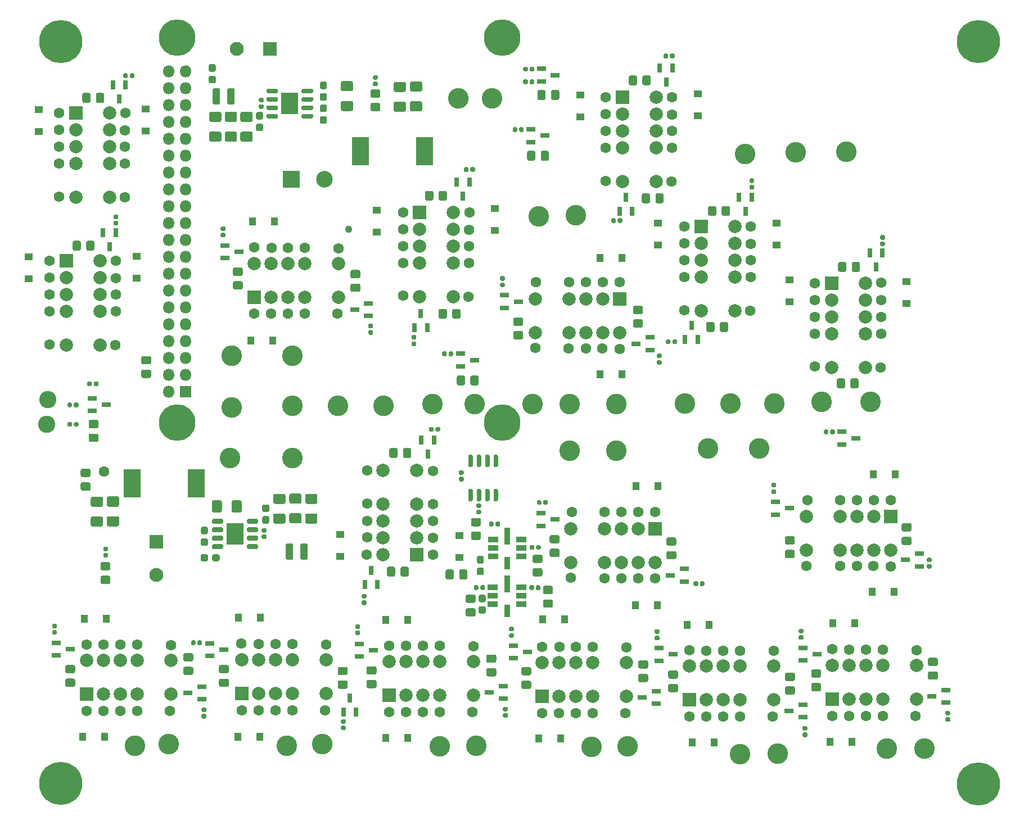
<source format=gbr>
%TF.GenerationSoftware,KiCad,Pcbnew,5.1.6-c6e7f7d~86~ubuntu18.04.1*%
%TF.CreationDate,2020-05-28T18:17:00-07:00*%
%TF.ProjectId,Cal_Station,43616c5f-5374-4617-9469-6f6e2e6b6963,rev?*%
%TF.SameCoordinates,Original*%
%TF.FileFunction,Soldermask,Top*%
%TF.FilePolarity,Negative*%
%FSLAX46Y46*%
G04 Gerber Fmt 4.6, Leading zero omitted, Abs format (unit mm)*
G04 Created by KiCad (PCBNEW 5.1.6-c6e7f7d~86~ubuntu18.04.1) date 2020-05-28 18:17:00*
%MOMM*%
%LPD*%
G01*
G04 APERTURE LIST*
%ADD10R,2.614000X3.300000*%
%ADD11C,1.600000*%
%ADD12C,2.000000*%
%ADD13R,2.000000X2.000000*%
%ADD14R,1.600000X0.820000*%
%ADD15R,0.820000X1.850000*%
%ADD16R,0.820000X2.600000*%
%ADD17C,3.100000*%
%ADD18C,2.600000*%
%ADD19R,1.440000X0.740000*%
%ADD20R,0.740000X1.440000*%
%ADD21R,1.300000X1.000000*%
%ADD22C,0.900000*%
%ADD23C,6.500000*%
%ADD24C,5.500000*%
%ADD25C,1.100000*%
%ADD26O,1.800000X1.800000*%
%ADD27R,1.800000X1.800000*%
%ADD28R,2.500000X4.300000*%
%ADD29R,1.000000X1.300000*%
%ADD30C,2.100000*%
%ADD31R,2.100000X2.100000*%
%ADD32C,2.500000*%
%ADD33R,2.500000X2.500000*%
G04 APERTURE END LIST*
D10*
%TO.C,U1*%
X70906000Y-106862000D03*
G36*
G01*
X69131000Y-108592000D02*
X69131000Y-108942000D01*
G75*
G02*
X68956000Y-109117000I-175000J0D01*
G01*
X67581000Y-109117000D01*
G75*
G02*
X67406000Y-108942000I0J175000D01*
G01*
X67406000Y-108592000D01*
G75*
G02*
X67581000Y-108417000I175000J0D01*
G01*
X68956000Y-108417000D01*
G75*
G02*
X69131000Y-108592000I0J-175000D01*
G01*
G37*
G36*
G01*
X69131000Y-107322000D02*
X69131000Y-107672000D01*
G75*
G02*
X68956000Y-107847000I-175000J0D01*
G01*
X67581000Y-107847000D01*
G75*
G02*
X67406000Y-107672000I0J175000D01*
G01*
X67406000Y-107322000D01*
G75*
G02*
X67581000Y-107147000I175000J0D01*
G01*
X68956000Y-107147000D01*
G75*
G02*
X69131000Y-107322000I0J-175000D01*
G01*
G37*
G36*
G01*
X69131000Y-106052000D02*
X69131000Y-106402000D01*
G75*
G02*
X68956000Y-106577000I-175000J0D01*
G01*
X67581000Y-106577000D01*
G75*
G02*
X67406000Y-106402000I0J175000D01*
G01*
X67406000Y-106052000D01*
G75*
G02*
X67581000Y-105877000I175000J0D01*
G01*
X68956000Y-105877000D01*
G75*
G02*
X69131000Y-106052000I0J-175000D01*
G01*
G37*
G36*
G01*
X69131000Y-104782000D02*
X69131000Y-105132000D01*
G75*
G02*
X68956000Y-105307000I-175000J0D01*
G01*
X67581000Y-105307000D01*
G75*
G02*
X67406000Y-105132000I0J175000D01*
G01*
X67406000Y-104782000D01*
G75*
G02*
X67581000Y-104607000I175000J0D01*
G01*
X68956000Y-104607000D01*
G75*
G02*
X69131000Y-104782000I0J-175000D01*
G01*
G37*
G36*
G01*
X74406000Y-104782000D02*
X74406000Y-105132000D01*
G75*
G02*
X74231000Y-105307000I-175000J0D01*
G01*
X72856000Y-105307000D01*
G75*
G02*
X72681000Y-105132000I0J175000D01*
G01*
X72681000Y-104782000D01*
G75*
G02*
X72856000Y-104607000I175000J0D01*
G01*
X74231000Y-104607000D01*
G75*
G02*
X74406000Y-104782000I0J-175000D01*
G01*
G37*
G36*
G01*
X74406000Y-106052000D02*
X74406000Y-106402000D01*
G75*
G02*
X74231000Y-106577000I-175000J0D01*
G01*
X72856000Y-106577000D01*
G75*
G02*
X72681000Y-106402000I0J175000D01*
G01*
X72681000Y-106052000D01*
G75*
G02*
X72856000Y-105877000I175000J0D01*
G01*
X74231000Y-105877000D01*
G75*
G02*
X74406000Y-106052000I0J-175000D01*
G01*
G37*
G36*
G01*
X74406000Y-107322000D02*
X74406000Y-107672000D01*
G75*
G02*
X74231000Y-107847000I-175000J0D01*
G01*
X72856000Y-107847000D01*
G75*
G02*
X72681000Y-107672000I0J175000D01*
G01*
X72681000Y-107322000D01*
G75*
G02*
X72856000Y-107147000I175000J0D01*
G01*
X74231000Y-107147000D01*
G75*
G02*
X74406000Y-107322000I0J-175000D01*
G01*
G37*
G36*
G01*
X74406000Y-108592000D02*
X74406000Y-108942000D01*
G75*
G02*
X74231000Y-109117000I-175000J0D01*
G01*
X72856000Y-109117000D01*
G75*
G02*
X72681000Y-108942000I0J175000D01*
G01*
X72681000Y-108592000D01*
G75*
G02*
X72856000Y-108417000I175000J0D01*
G01*
X74231000Y-108417000D01*
G75*
G02*
X74406000Y-108592000I0J-175000D01*
G01*
G37*
%TD*%
D11*
%TO.C,K17*%
X42980000Y-70820000D03*
X52930000Y-70815000D03*
D12*
X50580000Y-70820000D03*
X45500000Y-70820000D03*
X50580000Y-68280000D03*
X50580000Y-65740000D03*
X50580000Y-73360000D03*
X45500000Y-78440000D03*
D13*
X45500000Y-65740000D03*
D12*
X50580000Y-78440000D03*
X45500000Y-68280000D03*
X45500000Y-73360000D03*
D11*
X52880000Y-78440000D03*
X52930000Y-73365000D03*
X52930000Y-68315000D03*
X52980000Y-65715000D03*
X42980000Y-65740000D03*
X42980000Y-68280000D03*
X42980000Y-73360000D03*
X42980000Y-78290000D03*
%TD*%
%TO.C,K16*%
X44410000Y-48550000D03*
X54360000Y-48545000D03*
D12*
X52010000Y-48550000D03*
X46930000Y-48550000D03*
X52010000Y-46010000D03*
X52010000Y-43470000D03*
X52010000Y-51090000D03*
X46930000Y-56170000D03*
D13*
X46930000Y-43470000D03*
D12*
X52010000Y-56170000D03*
X46930000Y-46010000D03*
X46930000Y-51090000D03*
D11*
X54310000Y-56170000D03*
X54360000Y-51095000D03*
X54360000Y-46045000D03*
X54410000Y-43445000D03*
X44410000Y-43470000D03*
X44410000Y-46010000D03*
X44410000Y-51090000D03*
X44410000Y-56020000D03*
%TD*%
%TO.C,K15*%
X138574000Y-65652000D03*
X148524000Y-65647000D03*
D12*
X146174000Y-65652000D03*
X141094000Y-65652000D03*
X146174000Y-63112000D03*
X146174000Y-60572000D03*
X146174000Y-68192000D03*
X141094000Y-73272000D03*
D13*
X141094000Y-60572000D03*
D12*
X146174000Y-73272000D03*
X141094000Y-63112000D03*
X141094000Y-68192000D03*
D11*
X148474000Y-73272000D03*
X148524000Y-68197000D03*
X148524000Y-63147000D03*
X148574000Y-60547000D03*
X138574000Y-60572000D03*
X138574000Y-63112000D03*
X138574000Y-68192000D03*
X138574000Y-73122000D03*
%TD*%
%TO.C,K14*%
X164544000Y-101742000D03*
X164549000Y-111692000D03*
D12*
X164544000Y-109342000D03*
X164544000Y-104262000D03*
X167084000Y-109342000D03*
X169624000Y-109342000D03*
X162004000Y-109342000D03*
X156924000Y-104262000D03*
D13*
X169624000Y-104262000D03*
D12*
X156924000Y-109342000D03*
X167084000Y-104262000D03*
X162004000Y-104262000D03*
D11*
X156924000Y-111642000D03*
X161999000Y-111692000D03*
X167049000Y-111692000D03*
X169649000Y-111742000D03*
X169624000Y-101742000D03*
X167084000Y-101742000D03*
X162004000Y-101742000D03*
X157074000Y-101742000D03*
%TD*%
%TO.C,K13*%
X126740000Y-46170000D03*
X136690000Y-46165000D03*
D12*
X134340000Y-46170000D03*
X129260000Y-46170000D03*
X134340000Y-43630000D03*
X134340000Y-41090000D03*
X134340000Y-48710000D03*
X129260000Y-53790000D03*
D13*
X129260000Y-41090000D03*
D12*
X134340000Y-53790000D03*
X129260000Y-43630000D03*
X129260000Y-48710000D03*
D11*
X136640000Y-53790000D03*
X136690000Y-48715000D03*
X136690000Y-43665000D03*
X136740000Y-41065000D03*
X126740000Y-41090000D03*
X126740000Y-43630000D03*
X126740000Y-48710000D03*
X126740000Y-53640000D03*
%TD*%
%TO.C,K12*%
X158240000Y-74140000D03*
X168190000Y-74135000D03*
D12*
X165840000Y-74140000D03*
X160760000Y-74140000D03*
X165840000Y-71600000D03*
X165840000Y-69060000D03*
X165840000Y-76680000D03*
X160760000Y-81760000D03*
D13*
X160760000Y-69060000D03*
D12*
X165840000Y-81760000D03*
X160760000Y-71600000D03*
X160760000Y-76680000D03*
D11*
X168140000Y-81760000D03*
X168190000Y-76685000D03*
X168190000Y-71635000D03*
X168240000Y-69035000D03*
X158240000Y-69060000D03*
X158240000Y-71600000D03*
X158240000Y-76680000D03*
X158240000Y-81610000D03*
%TD*%
%TO.C,K11*%
X96192000Y-63522000D03*
X106142000Y-63517000D03*
D12*
X103792000Y-63522000D03*
X98712000Y-63522000D03*
X103792000Y-60982000D03*
X103792000Y-58442000D03*
X103792000Y-66062000D03*
X98712000Y-71142000D03*
D13*
X98712000Y-58442000D03*
D12*
X103792000Y-71142000D03*
X98712000Y-60982000D03*
X98712000Y-66062000D03*
D11*
X106092000Y-71142000D03*
X106142000Y-66067000D03*
X106142000Y-61017000D03*
X106192000Y-58417000D03*
X96192000Y-58442000D03*
X96192000Y-60982000D03*
X96192000Y-66062000D03*
X96192000Y-70992000D03*
%TD*%
%TO.C,K10*%
X123710000Y-68960000D03*
X123715000Y-78910000D03*
D12*
X123710000Y-76560000D03*
X123710000Y-71480000D03*
X126250000Y-76560000D03*
X128790000Y-76560000D03*
X121170000Y-76560000D03*
X116090000Y-71480000D03*
D13*
X128790000Y-71480000D03*
D12*
X116090000Y-76560000D03*
X126250000Y-71480000D03*
X121170000Y-71480000D03*
D11*
X116090000Y-78860000D03*
X121165000Y-78910000D03*
X126215000Y-78910000D03*
X128815000Y-78960000D03*
X128790000Y-68960000D03*
X126250000Y-68960000D03*
X121170000Y-68960000D03*
X116240000Y-68960000D03*
%TD*%
%TO.C,K9*%
X129078000Y-103578000D03*
X129083000Y-113528000D03*
D12*
X129078000Y-111178000D03*
X129078000Y-106098000D03*
X131618000Y-111178000D03*
X134158000Y-111178000D03*
X126538000Y-111178000D03*
X121458000Y-106098000D03*
D13*
X134158000Y-106098000D03*
D12*
X121458000Y-111178000D03*
X131618000Y-106098000D03*
X126538000Y-106098000D03*
D11*
X121458000Y-113478000D03*
X126533000Y-113528000D03*
X131583000Y-113528000D03*
X134183000Y-113578000D03*
X134158000Y-103578000D03*
X131618000Y-103578000D03*
X126538000Y-103578000D03*
X121608000Y-103578000D03*
%TD*%
%TO.C,K8*%
X78890000Y-73704360D03*
X78885000Y-63754360D03*
D12*
X78890000Y-66104360D03*
X78890000Y-71184360D03*
X76350000Y-66104360D03*
X73810000Y-66104360D03*
X81430000Y-66104360D03*
X86510000Y-71184360D03*
D13*
X73810000Y-71184360D03*
D12*
X86510000Y-66104360D03*
X76350000Y-71184360D03*
X81430000Y-71184360D03*
D11*
X86510000Y-63804360D03*
X81435000Y-63754360D03*
X76385000Y-63754360D03*
X73785000Y-63704360D03*
X73810000Y-73704360D03*
X76350000Y-73704360D03*
X81430000Y-73704360D03*
X86360000Y-73704360D03*
%TD*%
%TO.C,K7*%
X165910000Y-134250000D03*
X165905000Y-124300000D03*
D12*
X165910000Y-126650000D03*
X165910000Y-131730000D03*
X163370000Y-126650000D03*
X160830000Y-126650000D03*
X168450000Y-126650000D03*
X173530000Y-131730000D03*
D13*
X160830000Y-131730000D03*
D12*
X173530000Y-126650000D03*
X163370000Y-131730000D03*
X168450000Y-131730000D03*
D11*
X173530000Y-124350000D03*
X168455000Y-124300000D03*
X163405000Y-124300000D03*
X160805000Y-124250000D03*
X160830000Y-134250000D03*
X163370000Y-134250000D03*
X168450000Y-134250000D03*
X173380000Y-134250000D03*
%TD*%
%TO.C,K6*%
X53650000Y-133512000D03*
X53645000Y-123562000D03*
D12*
X53650000Y-125912000D03*
X53650000Y-130992000D03*
X51110000Y-125912000D03*
X48570000Y-125912000D03*
X56190000Y-125912000D03*
X61270000Y-130992000D03*
D13*
X48570000Y-130992000D03*
D12*
X61270000Y-125912000D03*
X51110000Y-130992000D03*
X56190000Y-130992000D03*
D11*
X61270000Y-123612000D03*
X56195000Y-123562000D03*
X51145000Y-123562000D03*
X48545000Y-123512000D03*
X48570000Y-133512000D03*
X51110000Y-133512000D03*
X56190000Y-133512000D03*
X61120000Y-133512000D03*
%TD*%
%TO.C,K5*%
X76980000Y-133400000D03*
X76975000Y-123450000D03*
D12*
X76980000Y-125800000D03*
X76980000Y-130880000D03*
X74440000Y-125800000D03*
X71900000Y-125800000D03*
X79520000Y-125800000D03*
X84600000Y-130880000D03*
D13*
X71900000Y-130880000D03*
D12*
X84600000Y-125800000D03*
X74440000Y-130880000D03*
X79520000Y-130880000D03*
D11*
X84600000Y-123500000D03*
X79525000Y-123450000D03*
X74475000Y-123450000D03*
X71875000Y-123400000D03*
X71900000Y-133400000D03*
X74440000Y-133400000D03*
X79520000Y-133400000D03*
X84450000Y-133400000D03*
%TD*%
%TO.C,K4*%
X99200000Y-133688000D03*
X99195000Y-123738000D03*
D12*
X99200000Y-126088000D03*
X99200000Y-131168000D03*
X96660000Y-126088000D03*
X94120000Y-126088000D03*
X101740000Y-126088000D03*
X106820000Y-131168000D03*
D13*
X94120000Y-131168000D03*
D12*
X106820000Y-126088000D03*
X96660000Y-131168000D03*
X101740000Y-131168000D03*
D11*
X106820000Y-123788000D03*
X101745000Y-123738000D03*
X96695000Y-123738000D03*
X94095000Y-123688000D03*
X94120000Y-133688000D03*
X96660000Y-133688000D03*
X101740000Y-133688000D03*
X106670000Y-133688000D03*
%TD*%
%TO.C,K3*%
X122240000Y-133844000D03*
X122235000Y-123894000D03*
D12*
X122240000Y-126244000D03*
X122240000Y-131324000D03*
X119700000Y-126244000D03*
X117160000Y-126244000D03*
X124780000Y-126244000D03*
X129860000Y-131324000D03*
D13*
X117160000Y-131324000D03*
D12*
X129860000Y-126244000D03*
X119700000Y-131324000D03*
X124780000Y-131324000D03*
D11*
X129860000Y-123944000D03*
X124785000Y-123894000D03*
X119735000Y-123894000D03*
X117135000Y-123844000D03*
X117160000Y-133844000D03*
X119700000Y-133844000D03*
X124780000Y-133844000D03*
X129710000Y-133844000D03*
%TD*%
%TO.C,K2*%
X144396000Y-134372000D03*
X144391000Y-124422000D03*
D12*
X144396000Y-126772000D03*
X144396000Y-131852000D03*
X141856000Y-126772000D03*
X139316000Y-126772000D03*
X146936000Y-126772000D03*
X152016000Y-131852000D03*
D13*
X139316000Y-131852000D03*
D12*
X152016000Y-126772000D03*
X141856000Y-131852000D03*
X146936000Y-131852000D03*
D11*
X152016000Y-124472000D03*
X146941000Y-124422000D03*
X141891000Y-124422000D03*
X139291000Y-124372000D03*
X139316000Y-134372000D03*
X141856000Y-134372000D03*
X146936000Y-134372000D03*
X151866000Y-134372000D03*
%TD*%
%TO.C,K1*%
X100752360Y-104864000D03*
X90802360Y-104869000D03*
D12*
X93152360Y-104864000D03*
X98232360Y-104864000D03*
X93152360Y-107404000D03*
X93152360Y-109944000D03*
X93152360Y-102324000D03*
X98232360Y-97244000D03*
D13*
X98232360Y-109944000D03*
D12*
X93152360Y-97244000D03*
X98232360Y-107404000D03*
X98232360Y-102324000D03*
D11*
X90852360Y-97244000D03*
X90802360Y-102319000D03*
X90802360Y-107369000D03*
X90752360Y-109969000D03*
X100752360Y-109944000D03*
X100752360Y-107404000D03*
X100752360Y-102324000D03*
X100752360Y-97394000D03*
%TD*%
%TO.C,FB2*%
G36*
G01*
X107668262Y-105710000D02*
X106711738Y-105710000D01*
G75*
G02*
X106440000Y-105438262I0J271738D01*
G01*
X106440000Y-104731738D01*
G75*
G02*
X106711738Y-104460000I271738J0D01*
G01*
X107668262Y-104460000D01*
G75*
G02*
X107940000Y-104731738I0J-271738D01*
G01*
X107940000Y-105438262D01*
G75*
G02*
X107668262Y-105710000I-271738J0D01*
G01*
G37*
G36*
G01*
X107668262Y-107760000D02*
X106711738Y-107760000D01*
G75*
G02*
X106440000Y-107488262I0J271738D01*
G01*
X106440000Y-106781738D01*
G75*
G02*
X106711738Y-106510000I271738J0D01*
G01*
X107668262Y-106510000D01*
G75*
G02*
X107940000Y-106781738I0J-271738D01*
G01*
X107940000Y-107488262D01*
G75*
G02*
X107668262Y-107760000I-271738J0D01*
G01*
G37*
%TD*%
D14*
%TO.C,U5*%
X109750000Y-107680000D03*
X109750000Y-108950000D03*
X109750000Y-110220000D03*
D15*
X111900000Y-111230000D03*
D14*
X114050000Y-110220000D03*
X114050000Y-108950000D03*
X114050000Y-107680000D03*
D16*
X111900000Y-107200000D03*
%TD*%
%TO.C,U4*%
G36*
G01*
X110000000Y-100060000D02*
X110350000Y-100060000D01*
G75*
G02*
X110525000Y-100235000I0J-175000D01*
G01*
X110525000Y-101735000D01*
G75*
G02*
X110350000Y-101910000I-175000J0D01*
G01*
X110000000Y-101910000D01*
G75*
G02*
X109825000Y-101735000I0J175000D01*
G01*
X109825000Y-100235000D01*
G75*
G02*
X110000000Y-100060000I175000J0D01*
G01*
G37*
G36*
G01*
X108730000Y-100060000D02*
X109080000Y-100060000D01*
G75*
G02*
X109255000Y-100235000I0J-175000D01*
G01*
X109255000Y-101735000D01*
G75*
G02*
X109080000Y-101910000I-175000J0D01*
G01*
X108730000Y-101910000D01*
G75*
G02*
X108555000Y-101735000I0J175000D01*
G01*
X108555000Y-100235000D01*
G75*
G02*
X108730000Y-100060000I175000J0D01*
G01*
G37*
G36*
G01*
X107460000Y-100060000D02*
X107810000Y-100060000D01*
G75*
G02*
X107985000Y-100235000I0J-175000D01*
G01*
X107985000Y-101735000D01*
G75*
G02*
X107810000Y-101910000I-175000J0D01*
G01*
X107460000Y-101910000D01*
G75*
G02*
X107285000Y-101735000I0J175000D01*
G01*
X107285000Y-100235000D01*
G75*
G02*
X107460000Y-100060000I175000J0D01*
G01*
G37*
G36*
G01*
X106190000Y-100060000D02*
X106540000Y-100060000D01*
G75*
G02*
X106715000Y-100235000I0J-175000D01*
G01*
X106715000Y-101735000D01*
G75*
G02*
X106540000Y-101910000I-175000J0D01*
G01*
X106190000Y-101910000D01*
G75*
G02*
X106015000Y-101735000I0J175000D01*
G01*
X106015000Y-100235000D01*
G75*
G02*
X106190000Y-100060000I175000J0D01*
G01*
G37*
G36*
G01*
X106190000Y-94910000D02*
X106540000Y-94910000D01*
G75*
G02*
X106715000Y-95085000I0J-175000D01*
G01*
X106715000Y-96585000D01*
G75*
G02*
X106540000Y-96760000I-175000J0D01*
G01*
X106190000Y-96760000D01*
G75*
G02*
X106015000Y-96585000I0J175000D01*
G01*
X106015000Y-95085000D01*
G75*
G02*
X106190000Y-94910000I175000J0D01*
G01*
G37*
G36*
G01*
X107460000Y-94910000D02*
X107810000Y-94910000D01*
G75*
G02*
X107985000Y-95085000I0J-175000D01*
G01*
X107985000Y-96585000D01*
G75*
G02*
X107810000Y-96760000I-175000J0D01*
G01*
X107460000Y-96760000D01*
G75*
G02*
X107285000Y-96585000I0J175000D01*
G01*
X107285000Y-95085000D01*
G75*
G02*
X107460000Y-94910000I175000J0D01*
G01*
G37*
G36*
G01*
X108730000Y-94910000D02*
X109080000Y-94910000D01*
G75*
G02*
X109255000Y-95085000I0J-175000D01*
G01*
X109255000Y-96585000D01*
G75*
G02*
X109080000Y-96760000I-175000J0D01*
G01*
X108730000Y-96760000D01*
G75*
G02*
X108555000Y-96585000I0J175000D01*
G01*
X108555000Y-95085000D01*
G75*
G02*
X108730000Y-94910000I175000J0D01*
G01*
G37*
G36*
G01*
X110000000Y-94910000D02*
X110350000Y-94910000D01*
G75*
G02*
X110525000Y-95085000I0J-175000D01*
G01*
X110525000Y-96585000D01*
G75*
G02*
X110350000Y-96760000I-175000J0D01*
G01*
X110000000Y-96760000D01*
G75*
G02*
X109825000Y-96585000I0J175000D01*
G01*
X109825000Y-95085000D01*
G75*
G02*
X110000000Y-94910000I175000J0D01*
G01*
G37*
%TD*%
D14*
%TO.C,U3*%
X109730000Y-114910000D03*
X109730000Y-116180000D03*
X109730000Y-117450000D03*
D15*
X111880000Y-118460000D03*
D14*
X114030000Y-117450000D03*
X114030000Y-116180000D03*
X114030000Y-114910000D03*
D16*
X111880000Y-114430000D03*
%TD*%
D17*
%TO.C,TP18*%
X109610000Y-41240000D03*
%TD*%
%TO.C,TP17*%
X104560000Y-41240000D03*
%TD*%
D18*
%TO.C,TP16*%
X42570000Y-90340000D03*
%TD*%
%TO.C,TP15*%
X42720000Y-86610000D03*
%TD*%
%TO.C,R58*%
G36*
G01*
X115970000Y-108692500D02*
X115970000Y-109087500D01*
G75*
G02*
X115797500Y-109260000I-172500J0D01*
G01*
X115452500Y-109260000D01*
G75*
G02*
X115280000Y-109087500I0J172500D01*
G01*
X115280000Y-108692500D01*
G75*
G02*
X115452500Y-108520000I172500J0D01*
G01*
X115797500Y-108520000D01*
G75*
G02*
X115970000Y-108692500I0J-172500D01*
G01*
G37*
G36*
G01*
X116940000Y-108692500D02*
X116940000Y-109087500D01*
G75*
G02*
X116767500Y-109260000I-172500J0D01*
G01*
X116422500Y-109260000D01*
G75*
G02*
X116250000Y-109087500I0J172500D01*
G01*
X116250000Y-108692500D01*
G75*
G02*
X116422500Y-108520000I172500J0D01*
G01*
X116767500Y-108520000D01*
G75*
G02*
X116940000Y-108692500I0J-172500D01*
G01*
G37*
%TD*%
%TO.C,R57*%
G36*
G01*
X109860000Y-105172500D02*
X109860000Y-105567500D01*
G75*
G02*
X109687500Y-105740000I-172500J0D01*
G01*
X109342500Y-105740000D01*
G75*
G02*
X109170000Y-105567500I0J172500D01*
G01*
X109170000Y-105172500D01*
G75*
G02*
X109342500Y-105000000I172500J0D01*
G01*
X109687500Y-105000000D01*
G75*
G02*
X109860000Y-105172500I0J-172500D01*
G01*
G37*
G36*
G01*
X110830000Y-105172500D02*
X110830000Y-105567500D01*
G75*
G02*
X110657500Y-105740000I-172500J0D01*
G01*
X110312500Y-105740000D01*
G75*
G02*
X110140000Y-105567500I0J172500D01*
G01*
X110140000Y-105172500D01*
G75*
G02*
X110312500Y-105000000I172500J0D01*
G01*
X110657500Y-105000000D01*
G75*
G02*
X110830000Y-105172500I0J-172500D01*
G01*
G37*
%TD*%
%TO.C,R56*%
G36*
G01*
X107797500Y-102950000D02*
X107402500Y-102950000D01*
G75*
G02*
X107230000Y-102777500I0J172500D01*
G01*
X107230000Y-102432500D01*
G75*
G02*
X107402500Y-102260000I172500J0D01*
G01*
X107797500Y-102260000D01*
G75*
G02*
X107970000Y-102432500I0J-172500D01*
G01*
X107970000Y-102777500D01*
G75*
G02*
X107797500Y-102950000I-172500J0D01*
G01*
G37*
G36*
G01*
X107797500Y-103920000D02*
X107402500Y-103920000D01*
G75*
G02*
X107230000Y-103747500I0J172500D01*
G01*
X107230000Y-103402500D01*
G75*
G02*
X107402500Y-103230000I172500J0D01*
G01*
X107797500Y-103230000D01*
G75*
G02*
X107970000Y-103402500I0J-172500D01*
G01*
X107970000Y-103747500D01*
G75*
G02*
X107797500Y-103920000I-172500J0D01*
G01*
G37*
%TD*%
%TO.C,R55*%
G36*
G01*
X49630000Y-84447500D02*
X49630000Y-84052500D01*
G75*
G02*
X49802500Y-83880000I172500J0D01*
G01*
X50147500Y-83880000D01*
G75*
G02*
X50320000Y-84052500I0J-172500D01*
G01*
X50320000Y-84447500D01*
G75*
G02*
X50147500Y-84620000I-172500J0D01*
G01*
X49802500Y-84620000D01*
G75*
G02*
X49630000Y-84447500I0J172500D01*
G01*
G37*
G36*
G01*
X48660000Y-84447500D02*
X48660000Y-84052500D01*
G75*
G02*
X48832500Y-83880000I172500J0D01*
G01*
X49177500Y-83880000D01*
G75*
G02*
X49350000Y-84052500I0J-172500D01*
G01*
X49350000Y-84447500D01*
G75*
G02*
X49177500Y-84620000I-172500J0D01*
G01*
X48832500Y-84620000D01*
G75*
G02*
X48660000Y-84447500I0J172500D01*
G01*
G37*
%TD*%
%TO.C,R54*%
G36*
G01*
X46650000Y-90537500D02*
X46650000Y-90142500D01*
G75*
G02*
X46822500Y-89970000I172500J0D01*
G01*
X47167500Y-89970000D01*
G75*
G02*
X47340000Y-90142500I0J-172500D01*
G01*
X47340000Y-90537500D01*
G75*
G02*
X47167500Y-90710000I-172500J0D01*
G01*
X46822500Y-90710000D01*
G75*
G02*
X46650000Y-90537500I0J172500D01*
G01*
G37*
G36*
G01*
X45680000Y-90537500D02*
X45680000Y-90142500D01*
G75*
G02*
X45852500Y-89970000I172500J0D01*
G01*
X46197500Y-89970000D01*
G75*
G02*
X46370000Y-90142500I0J-172500D01*
G01*
X46370000Y-90537500D01*
G75*
G02*
X46197500Y-90710000I-172500J0D01*
G01*
X45852500Y-90710000D01*
G75*
G02*
X45680000Y-90537500I0J172500D01*
G01*
G37*
%TD*%
%TO.C,R53*%
G36*
G01*
X46650000Y-87617500D02*
X46650000Y-87222500D01*
G75*
G02*
X46822500Y-87050000I172500J0D01*
G01*
X47167500Y-87050000D01*
G75*
G02*
X47340000Y-87222500I0J-172500D01*
G01*
X47340000Y-87617500D01*
G75*
G02*
X47167500Y-87790000I-172500J0D01*
G01*
X46822500Y-87790000D01*
G75*
G02*
X46650000Y-87617500I0J172500D01*
G01*
G37*
G36*
G01*
X45680000Y-87617500D02*
X45680000Y-87222500D01*
G75*
G02*
X45852500Y-87050000I172500J0D01*
G01*
X46197500Y-87050000D01*
G75*
G02*
X46370000Y-87222500I0J-172500D01*
G01*
X46370000Y-87617500D01*
G75*
G02*
X46197500Y-87790000I-172500J0D01*
G01*
X45852500Y-87790000D01*
G75*
G02*
X45680000Y-87617500I0J172500D01*
G01*
G37*
%TD*%
%TO.C,R52*%
G36*
G01*
X105177500Y-97970000D02*
X104782500Y-97970000D01*
G75*
G02*
X104610000Y-97797500I0J172500D01*
G01*
X104610000Y-97452500D01*
G75*
G02*
X104782500Y-97280000I172500J0D01*
G01*
X105177500Y-97280000D01*
G75*
G02*
X105350000Y-97452500I0J-172500D01*
G01*
X105350000Y-97797500D01*
G75*
G02*
X105177500Y-97970000I-172500J0D01*
G01*
G37*
G36*
G01*
X105177500Y-98940000D02*
X104782500Y-98940000D01*
G75*
G02*
X104610000Y-98767500I0J172500D01*
G01*
X104610000Y-98422500D01*
G75*
G02*
X104782500Y-98250000I172500J0D01*
G01*
X105177500Y-98250000D01*
G75*
G02*
X105350000Y-98422500I0J-172500D01*
G01*
X105350000Y-98767500D01*
G75*
G02*
X105177500Y-98940000I-172500J0D01*
G01*
G37*
%TD*%
%TO.C,R51*%
G36*
G01*
X115930000Y-114762500D02*
X115930000Y-115157500D01*
G75*
G02*
X115757500Y-115330000I-172500J0D01*
G01*
X115412500Y-115330000D01*
G75*
G02*
X115240000Y-115157500I0J172500D01*
G01*
X115240000Y-114762500D01*
G75*
G02*
X115412500Y-114590000I172500J0D01*
G01*
X115757500Y-114590000D01*
G75*
G02*
X115930000Y-114762500I0J-172500D01*
G01*
G37*
G36*
G01*
X116900000Y-114762500D02*
X116900000Y-115157500D01*
G75*
G02*
X116727500Y-115330000I-172500J0D01*
G01*
X116382500Y-115330000D01*
G75*
G02*
X116210000Y-115157500I0J172500D01*
G01*
X116210000Y-114762500D01*
G75*
G02*
X116382500Y-114590000I172500J0D01*
G01*
X116727500Y-114590000D01*
G75*
G02*
X116900000Y-114762500I0J-172500D01*
G01*
G37*
%TD*%
%TO.C,R50*%
G36*
G01*
X55050000Y-38027500D02*
X55050000Y-37632500D01*
G75*
G02*
X55222500Y-37460000I172500J0D01*
G01*
X55567500Y-37460000D01*
G75*
G02*
X55740000Y-37632500I0J-172500D01*
G01*
X55740000Y-38027500D01*
G75*
G02*
X55567500Y-38200000I-172500J0D01*
G01*
X55222500Y-38200000D01*
G75*
G02*
X55050000Y-38027500I0J172500D01*
G01*
G37*
G36*
G01*
X54080000Y-38027500D02*
X54080000Y-37632500D01*
G75*
G02*
X54252500Y-37460000I172500J0D01*
G01*
X54597500Y-37460000D01*
G75*
G02*
X54770000Y-37632500I0J-172500D01*
G01*
X54770000Y-38027500D01*
G75*
G02*
X54597500Y-38200000I-172500J0D01*
G01*
X54252500Y-38200000D01*
G75*
G02*
X54080000Y-38027500I0J172500D01*
G01*
G37*
%TD*%
%TO.C,R41*%
G36*
G01*
X53167500Y-59440000D02*
X52772500Y-59440000D01*
G75*
G02*
X52600000Y-59267500I0J172500D01*
G01*
X52600000Y-58922500D01*
G75*
G02*
X52772500Y-58750000I172500J0D01*
G01*
X53167500Y-58750000D01*
G75*
G02*
X53340000Y-58922500I0J-172500D01*
G01*
X53340000Y-59267500D01*
G75*
G02*
X53167500Y-59440000I-172500J0D01*
G01*
G37*
G36*
G01*
X53167500Y-60410000D02*
X52772500Y-60410000D01*
G75*
G02*
X52600000Y-60237500I0J172500D01*
G01*
X52600000Y-59892500D01*
G75*
G02*
X52772500Y-59720000I172500J0D01*
G01*
X53167500Y-59720000D01*
G75*
G02*
X53340000Y-59892500I0J-172500D01*
G01*
X53340000Y-60237500D01*
G75*
G02*
X53167500Y-60410000I-172500J0D01*
G01*
G37*
%TD*%
%TO.C,R40*%
G36*
G01*
X107850000Y-115137500D02*
X107850000Y-114742500D01*
G75*
G02*
X108022500Y-114570000I172500J0D01*
G01*
X108367500Y-114570000D01*
G75*
G02*
X108540000Y-114742500I0J-172500D01*
G01*
X108540000Y-115137500D01*
G75*
G02*
X108367500Y-115310000I-172500J0D01*
G01*
X108022500Y-115310000D01*
G75*
G02*
X107850000Y-115137500I0J172500D01*
G01*
G37*
G36*
G01*
X106880000Y-115137500D02*
X106880000Y-114742500D01*
G75*
G02*
X107052500Y-114570000I172500J0D01*
G01*
X107397500Y-114570000D01*
G75*
G02*
X107570000Y-114742500I0J-172500D01*
G01*
X107570000Y-115137500D01*
G75*
G02*
X107397500Y-115310000I-172500J0D01*
G01*
X107052500Y-115310000D01*
G75*
G02*
X106880000Y-115137500I0J172500D01*
G01*
G37*
%TD*%
D19*
%TO.C,Q36*%
X49410000Y-86430000D03*
X49410000Y-88330000D03*
X51510000Y-87380000D03*
%TD*%
D20*
%TO.C,Q35*%
X54420000Y-39190000D03*
X52520000Y-39190000D03*
X53470000Y-41290000D03*
%TD*%
%TO.C,Q34*%
X52960000Y-61480000D03*
X51060000Y-61480000D03*
X52010000Y-63580000D03*
%TD*%
D21*
%TO.C,D36*%
X41380000Y-46240000D03*
X41380000Y-42940000D03*
%TD*%
%TO.C,D35*%
X56100000Y-65050000D03*
X56100000Y-68350000D03*
%TD*%
%TO.C,D34*%
X39850000Y-68420000D03*
X39850000Y-65120000D03*
%TD*%
%TO.C,D33*%
X57450000Y-42830000D03*
X57450000Y-46130000D03*
%TD*%
%TO.C,C66*%
G36*
G01*
X117551738Y-116720000D02*
X118508262Y-116720000D01*
G75*
G02*
X118780000Y-116991738I0J-271738D01*
G01*
X118780000Y-117698262D01*
G75*
G02*
X118508262Y-117970000I-271738J0D01*
G01*
X117551738Y-117970000D01*
G75*
G02*
X117280000Y-117698262I0J271738D01*
G01*
X117280000Y-116991738D01*
G75*
G02*
X117551738Y-116720000I271738J0D01*
G01*
G37*
G36*
G01*
X117551738Y-114670000D02*
X118508262Y-114670000D01*
G75*
G02*
X118780000Y-114941738I0J-271738D01*
G01*
X118780000Y-115648262D01*
G75*
G02*
X118508262Y-115920000I-271738J0D01*
G01*
X117551738Y-115920000D01*
G75*
G02*
X117280000Y-115648262I0J271738D01*
G01*
X117280000Y-114941738D01*
G75*
G02*
X117551738Y-114670000I271738J0D01*
G01*
G37*
%TD*%
%TO.C,C64*%
G36*
G01*
X107587500Y-111920000D02*
X108112500Y-111920000D01*
G75*
G02*
X108375000Y-112182500I0J-262500D01*
G01*
X108375000Y-112807500D01*
G75*
G02*
X108112500Y-113070000I-262500J0D01*
G01*
X107587500Y-113070000D01*
G75*
G02*
X107325000Y-112807500I0J262500D01*
G01*
X107325000Y-112182500D01*
G75*
G02*
X107587500Y-111920000I262500J0D01*
G01*
G37*
G36*
G01*
X107587500Y-110170000D02*
X108112500Y-110170000D01*
G75*
G02*
X108375000Y-110432500I0J-262500D01*
G01*
X108375000Y-111057500D01*
G75*
G02*
X108112500Y-111320000I-262500J0D01*
G01*
X107587500Y-111320000D01*
G75*
G02*
X107325000Y-111057500I0J262500D01*
G01*
X107325000Y-110432500D01*
G75*
G02*
X107587500Y-110170000I262500J0D01*
G01*
G37*
%TD*%
%TO.C,C63*%
G36*
G01*
X105911738Y-118050000D02*
X106868262Y-118050000D01*
G75*
G02*
X107140000Y-118321738I0J-271738D01*
G01*
X107140000Y-119028262D01*
G75*
G02*
X106868262Y-119300000I-271738J0D01*
G01*
X105911738Y-119300000D01*
G75*
G02*
X105640000Y-119028262I0J271738D01*
G01*
X105640000Y-118321738D01*
G75*
G02*
X105911738Y-118050000I271738J0D01*
G01*
G37*
G36*
G01*
X105911738Y-116000000D02*
X106868262Y-116000000D01*
G75*
G02*
X107140000Y-116271738I0J-271738D01*
G01*
X107140000Y-116978262D01*
G75*
G02*
X106868262Y-117250000I-271738J0D01*
G01*
X105911738Y-117250000D01*
G75*
G02*
X105640000Y-116978262I0J271738D01*
G01*
X105640000Y-116271738D01*
G75*
G02*
X105911738Y-116000000I271738J0D01*
G01*
G37*
%TD*%
%TO.C,C61*%
G36*
G01*
X48898262Y-98300000D02*
X47941738Y-98300000D01*
G75*
G02*
X47670000Y-98028262I0J271738D01*
G01*
X47670000Y-97321738D01*
G75*
G02*
X47941738Y-97050000I271738J0D01*
G01*
X48898262Y-97050000D01*
G75*
G02*
X49170000Y-97321738I0J-271738D01*
G01*
X49170000Y-98028262D01*
G75*
G02*
X48898262Y-98300000I-271738J0D01*
G01*
G37*
G36*
G01*
X48898262Y-100350000D02*
X47941738Y-100350000D01*
G75*
G02*
X47670000Y-100078262I0J271738D01*
G01*
X47670000Y-99371738D01*
G75*
G02*
X47941738Y-99100000I271738J0D01*
G01*
X48898262Y-99100000D01*
G75*
G02*
X49170000Y-99371738I0J-271738D01*
G01*
X49170000Y-100078262D01*
G75*
G02*
X48898262Y-100350000I-271738J0D01*
G01*
G37*
%TD*%
%TO.C,C60*%
G36*
G01*
X50098262Y-90940000D02*
X49141738Y-90940000D01*
G75*
G02*
X48870000Y-90668262I0J271738D01*
G01*
X48870000Y-89961738D01*
G75*
G02*
X49141738Y-89690000I271738J0D01*
G01*
X50098262Y-89690000D01*
G75*
G02*
X50370000Y-89961738I0J-271738D01*
G01*
X50370000Y-90668262D01*
G75*
G02*
X50098262Y-90940000I-271738J0D01*
G01*
G37*
G36*
G01*
X50098262Y-92990000D02*
X49141738Y-92990000D01*
G75*
G02*
X48870000Y-92718262I0J271738D01*
G01*
X48870000Y-92011738D01*
G75*
G02*
X49141738Y-91740000I271738J0D01*
G01*
X50098262Y-91740000D01*
G75*
G02*
X50370000Y-92011738I0J-271738D01*
G01*
X50370000Y-92718262D01*
G75*
G02*
X50098262Y-92990000I-271738J0D01*
G01*
G37*
%TD*%
%TO.C,C59*%
G36*
G01*
X115981738Y-112020000D02*
X116938262Y-112020000D01*
G75*
G02*
X117210000Y-112291738I0J-271738D01*
G01*
X117210000Y-112998262D01*
G75*
G02*
X116938262Y-113270000I-271738J0D01*
G01*
X115981738Y-113270000D01*
G75*
G02*
X115710000Y-112998262I0J271738D01*
G01*
X115710000Y-112291738D01*
G75*
G02*
X115981738Y-112020000I271738J0D01*
G01*
G37*
G36*
G01*
X115981738Y-109970000D02*
X116938262Y-109970000D01*
G75*
G02*
X117210000Y-110241738I0J-271738D01*
G01*
X117210000Y-110948262D01*
G75*
G02*
X116938262Y-111220000I-271738J0D01*
G01*
X115981738Y-111220000D01*
G75*
G02*
X115710000Y-110948262I0J271738D01*
G01*
X115710000Y-110241738D01*
G75*
G02*
X115981738Y-109970000I271738J0D01*
G01*
G37*
%TD*%
%TO.C,C57*%
G36*
G01*
X49970000Y-41648262D02*
X49970000Y-40691738D01*
G75*
G02*
X50241738Y-40420000I271738J0D01*
G01*
X50948262Y-40420000D01*
G75*
G02*
X51220000Y-40691738I0J-271738D01*
G01*
X51220000Y-41648262D01*
G75*
G02*
X50948262Y-41920000I-271738J0D01*
G01*
X50241738Y-41920000D01*
G75*
G02*
X49970000Y-41648262I0J271738D01*
G01*
G37*
G36*
G01*
X47920000Y-41648262D02*
X47920000Y-40691738D01*
G75*
G02*
X48191738Y-40420000I271738J0D01*
G01*
X48898262Y-40420000D01*
G75*
G02*
X49170000Y-40691738I0J-271738D01*
G01*
X49170000Y-41648262D01*
G75*
G02*
X48898262Y-41920000I-271738J0D01*
G01*
X48191738Y-41920000D01*
G75*
G02*
X47920000Y-41648262I0J271738D01*
G01*
G37*
%TD*%
%TO.C,C56*%
G36*
G01*
X48510000Y-63918262D02*
X48510000Y-62961738D01*
G75*
G02*
X48781738Y-62690000I271738J0D01*
G01*
X49488262Y-62690000D01*
G75*
G02*
X49760000Y-62961738I0J-271738D01*
G01*
X49760000Y-63918262D01*
G75*
G02*
X49488262Y-64190000I-271738J0D01*
G01*
X48781738Y-64190000D01*
G75*
G02*
X48510000Y-63918262I0J271738D01*
G01*
G37*
G36*
G01*
X46460000Y-63918262D02*
X46460000Y-62961738D01*
G75*
G02*
X46731738Y-62690000I271738J0D01*
G01*
X47438262Y-62690000D01*
G75*
G02*
X47710000Y-62961738I0J-271738D01*
G01*
X47710000Y-63918262D01*
G75*
G02*
X47438262Y-64190000I-271738J0D01*
G01*
X46731738Y-64190000D01*
G75*
G02*
X46460000Y-63918262I0J271738D01*
G01*
G37*
%TD*%
%TO.C,C55*%
G36*
G01*
X107867500Y-117740000D02*
X108392500Y-117740000D01*
G75*
G02*
X108655000Y-118002500I0J-262500D01*
G01*
X108655000Y-118627500D01*
G75*
G02*
X108392500Y-118890000I-262500J0D01*
G01*
X107867500Y-118890000D01*
G75*
G02*
X107605000Y-118627500I0J262500D01*
G01*
X107605000Y-118002500D01*
G75*
G02*
X107867500Y-117740000I262500J0D01*
G01*
G37*
G36*
G01*
X107867500Y-115990000D02*
X108392500Y-115990000D01*
G75*
G02*
X108655000Y-116252500I0J-262500D01*
G01*
X108655000Y-116877500D01*
G75*
G02*
X108392500Y-117140000I-262500J0D01*
G01*
X107867500Y-117140000D01*
G75*
G02*
X107605000Y-116877500I0J262500D01*
G01*
X107605000Y-116252500D01*
G75*
G02*
X107867500Y-115990000I262500J0D01*
G01*
G37*
%TD*%
%TO.C,C54*%
G36*
G01*
X103860000Y-112491738D02*
X103860000Y-113448262D01*
G75*
G02*
X103588262Y-113720000I-271738J0D01*
G01*
X102881738Y-113720000D01*
G75*
G02*
X102610000Y-113448262I0J271738D01*
G01*
X102610000Y-112491738D01*
G75*
G02*
X102881738Y-112220000I271738J0D01*
G01*
X103588262Y-112220000D01*
G75*
G02*
X103860000Y-112491738I0J-271738D01*
G01*
G37*
G36*
G01*
X105910000Y-112491738D02*
X105910000Y-113448262D01*
G75*
G02*
X105638262Y-113720000I-271738J0D01*
G01*
X104931738Y-113720000D01*
G75*
G02*
X104660000Y-113448262I0J271738D01*
G01*
X104660000Y-112491738D01*
G75*
G02*
X104931738Y-112220000I271738J0D01*
G01*
X105638262Y-112220000D01*
G75*
G02*
X105910000Y-112491738I0J-271738D01*
G01*
G37*
%TD*%
D22*
%TO.C,H8*%
X46377056Y-30992944D03*
X44680000Y-30290000D03*
X42982944Y-30992944D03*
X42280000Y-32690000D03*
X42982944Y-34387056D03*
X44680000Y-35090000D03*
X46377056Y-34387056D03*
X47080000Y-32690000D03*
D23*
X44680000Y-32690000D03*
%TD*%
D22*
%TO.C,H7*%
X184527056Y-30992944D03*
X182830000Y-30290000D03*
X181132944Y-30992944D03*
X180430000Y-32690000D03*
X181132944Y-34387056D03*
X182830000Y-35090000D03*
X184527056Y-34387056D03*
X185230000Y-32690000D03*
D23*
X182830000Y-32690000D03*
%TD*%
D22*
%TO.C,H6*%
X46377056Y-142782944D03*
X44680000Y-142080000D03*
X42982944Y-142782944D03*
X42280000Y-144480000D03*
X42982944Y-146177056D03*
X44680000Y-146880000D03*
X46377056Y-146177056D03*
X47080000Y-144480000D03*
D23*
X44680000Y-144480000D03*
%TD*%
D22*
%TO.C,H5*%
X184527056Y-142802944D03*
X182830000Y-142100000D03*
X181132944Y-142802944D03*
X180430000Y-144500000D03*
X181132944Y-146197056D03*
X182830000Y-146900000D03*
X184527056Y-146197056D03*
X185230000Y-144500000D03*
D23*
X182830000Y-144500000D03*
%TD*%
D22*
%TO.C,H4*%
X112601891Y-30688109D03*
X111170000Y-30095000D03*
X109738109Y-30688109D03*
X109145000Y-32120000D03*
X109738109Y-33551891D03*
X111170000Y-34145000D03*
X112601891Y-33551891D03*
X113195000Y-32120000D03*
D24*
X111170000Y-32120000D03*
%TD*%
D22*
%TO.C,H3*%
X63601891Y-88688109D03*
X62170000Y-88095000D03*
X60738109Y-88688109D03*
X60145000Y-90120000D03*
X60738109Y-91551891D03*
X62170000Y-92145000D03*
X63601891Y-91551891D03*
X64195000Y-90120000D03*
D24*
X62170000Y-90120000D03*
%TD*%
D22*
%TO.C,H2*%
X112601891Y-88688109D03*
X111170000Y-88095000D03*
X109738109Y-88688109D03*
X109145000Y-90120000D03*
X109738109Y-91551891D03*
X111170000Y-92145000D03*
X112601891Y-91551891D03*
X113195000Y-90120000D03*
D24*
X111170000Y-90120000D03*
%TD*%
D22*
%TO.C,H1*%
X63601891Y-30688109D03*
X62170000Y-30095000D03*
X60738109Y-30688109D03*
X60145000Y-32120000D03*
X60738109Y-33551891D03*
X62170000Y-34145000D03*
X63601891Y-33551891D03*
X64195000Y-32120000D03*
D24*
X62170000Y-32120000D03*
%TD*%
D17*
%TO.C,J28*%
X142130000Y-94000000D03*
%TD*%
%TO.C,J27*%
X149790000Y-94000000D03*
%TD*%
%TO.C,J26*%
X162930000Y-49260000D03*
%TD*%
%TO.C,J25*%
X155320000Y-49400000D03*
%TD*%
%TO.C,J24*%
X147750000Y-49660000D03*
%TD*%
%TO.C,J23*%
X159204000Y-86946000D03*
%TD*%
%TO.C,J22*%
X152092000Y-87200000D03*
%TD*%
%TO.C,J20*%
X145488000Y-87200000D03*
%TD*%
%TO.C,J19*%
X116620000Y-58990000D03*
%TD*%
%TO.C,J18*%
X122190000Y-58810000D03*
%TD*%
%TO.C,J17*%
X138630000Y-87200000D03*
%TD*%
%TO.C,J16*%
X79580000Y-80000000D03*
%TD*%
%TO.C,J15*%
X70430000Y-80000000D03*
%TD*%
%TO.C,J14*%
X128320000Y-94300000D03*
%TD*%
%TO.C,J13*%
X128320000Y-87300000D03*
%TD*%
%TO.C,J12*%
X121320000Y-94280000D03*
%TD*%
%TO.C,J11*%
X121320000Y-87300000D03*
%TD*%
%TO.C,J10*%
X166570000Y-86946000D03*
%TD*%
%TO.C,J9*%
X115720000Y-87280000D03*
%TD*%
%TO.C,J8*%
X106950000Y-87300000D03*
%TD*%
%TO.C,J7*%
X100660000Y-87308000D03*
%TD*%
%TO.C,J6*%
X86436000Y-87562000D03*
%TD*%
%TO.C,J5*%
X93294000Y-87562000D03*
%TD*%
%TO.C,J4*%
X79578000Y-95436000D03*
%TD*%
%TO.C,J3*%
X79578000Y-87562000D03*
%TD*%
%TO.C,J2*%
X70180000Y-95436000D03*
%TD*%
%TO.C,J1*%
X70434000Y-87816000D03*
%TD*%
D10*
%TO.C,U2*%
X79170000Y-42010000D03*
G36*
G01*
X80945000Y-40280000D02*
X80945000Y-39930000D01*
G75*
G02*
X81120000Y-39755000I175000J0D01*
G01*
X82495000Y-39755000D01*
G75*
G02*
X82670000Y-39930000I0J-175000D01*
G01*
X82670000Y-40280000D01*
G75*
G02*
X82495000Y-40455000I-175000J0D01*
G01*
X81120000Y-40455000D01*
G75*
G02*
X80945000Y-40280000I0J175000D01*
G01*
G37*
G36*
G01*
X80945000Y-41550000D02*
X80945000Y-41200000D01*
G75*
G02*
X81120000Y-41025000I175000J0D01*
G01*
X82495000Y-41025000D01*
G75*
G02*
X82670000Y-41200000I0J-175000D01*
G01*
X82670000Y-41550000D01*
G75*
G02*
X82495000Y-41725000I-175000J0D01*
G01*
X81120000Y-41725000D01*
G75*
G02*
X80945000Y-41550000I0J175000D01*
G01*
G37*
G36*
G01*
X80945000Y-42820000D02*
X80945000Y-42470000D01*
G75*
G02*
X81120000Y-42295000I175000J0D01*
G01*
X82495000Y-42295000D01*
G75*
G02*
X82670000Y-42470000I0J-175000D01*
G01*
X82670000Y-42820000D01*
G75*
G02*
X82495000Y-42995000I-175000J0D01*
G01*
X81120000Y-42995000D01*
G75*
G02*
X80945000Y-42820000I0J175000D01*
G01*
G37*
G36*
G01*
X80945000Y-44090000D02*
X80945000Y-43740000D01*
G75*
G02*
X81120000Y-43565000I175000J0D01*
G01*
X82495000Y-43565000D01*
G75*
G02*
X82670000Y-43740000I0J-175000D01*
G01*
X82670000Y-44090000D01*
G75*
G02*
X82495000Y-44265000I-175000J0D01*
G01*
X81120000Y-44265000D01*
G75*
G02*
X80945000Y-44090000I0J175000D01*
G01*
G37*
G36*
G01*
X75670000Y-44090000D02*
X75670000Y-43740000D01*
G75*
G02*
X75845000Y-43565000I175000J0D01*
G01*
X77220000Y-43565000D01*
G75*
G02*
X77395000Y-43740000I0J-175000D01*
G01*
X77395000Y-44090000D01*
G75*
G02*
X77220000Y-44265000I-175000J0D01*
G01*
X75845000Y-44265000D01*
G75*
G02*
X75670000Y-44090000I0J175000D01*
G01*
G37*
G36*
G01*
X75670000Y-42820000D02*
X75670000Y-42470000D01*
G75*
G02*
X75845000Y-42295000I175000J0D01*
G01*
X77220000Y-42295000D01*
G75*
G02*
X77395000Y-42470000I0J-175000D01*
G01*
X77395000Y-42820000D01*
G75*
G02*
X77220000Y-42995000I-175000J0D01*
G01*
X75845000Y-42995000D01*
G75*
G02*
X75670000Y-42820000I0J175000D01*
G01*
G37*
G36*
G01*
X75670000Y-41550000D02*
X75670000Y-41200000D01*
G75*
G02*
X75845000Y-41025000I175000J0D01*
G01*
X77220000Y-41025000D01*
G75*
G02*
X77395000Y-41200000I0J-175000D01*
G01*
X77395000Y-41550000D01*
G75*
G02*
X77220000Y-41725000I-175000J0D01*
G01*
X75845000Y-41725000D01*
G75*
G02*
X75670000Y-41550000I0J175000D01*
G01*
G37*
G36*
G01*
X75670000Y-40280000D02*
X75670000Y-39930000D01*
G75*
G02*
X75845000Y-39755000I175000J0D01*
G01*
X77220000Y-39755000D01*
G75*
G02*
X77395000Y-39930000I0J-175000D01*
G01*
X77395000Y-40280000D01*
G75*
G02*
X77220000Y-40455000I-175000J0D01*
G01*
X75845000Y-40455000D01*
G75*
G02*
X75670000Y-40280000I0J175000D01*
G01*
G37*
%TD*%
D17*
%TO.C,TP14*%
X124580000Y-138900000D03*
%TD*%
%TO.C,TP13*%
X129980000Y-138840000D03*
%TD*%
%TO.C,TP12*%
X146920000Y-140060000D03*
%TD*%
%TO.C,TP11*%
X152650000Y-139980000D03*
%TD*%
%TO.C,TP10*%
X169050000Y-139230000D03*
%TD*%
%TO.C,TP9*%
X174750000Y-139200000D03*
%TD*%
%TO.C,TP8*%
X55870000Y-138730000D03*
%TD*%
%TO.C,TP7*%
X60950000Y-138540000D03*
%TD*%
%TO.C,TP6*%
X78730000Y-138740000D03*
%TD*%
%TO.C,TP5*%
X84010000Y-138480000D03*
%TD*%
%TO.C,TP4*%
X101740000Y-138830000D03*
%TD*%
%TO.C,TP3*%
X107210000Y-138750000D03*
%TD*%
D25*
%TO.C,TP2*%
X88020000Y-60970000D03*
%TD*%
D11*
%TO.C,TP1*%
X51150000Y-97420000D03*
%TD*%
%TO.C,R49*%
G36*
G01*
X92247500Y-38440000D02*
X91852500Y-38440000D01*
G75*
G02*
X91680000Y-38267500I0J172500D01*
G01*
X91680000Y-37922500D01*
G75*
G02*
X91852500Y-37750000I172500J0D01*
G01*
X92247500Y-37750000D01*
G75*
G02*
X92420000Y-37922500I0J-172500D01*
G01*
X92420000Y-38267500D01*
G75*
G02*
X92247500Y-38440000I-172500J0D01*
G01*
G37*
G36*
G01*
X92247500Y-39410000D02*
X91852500Y-39410000D01*
G75*
G02*
X91680000Y-39237500I0J172500D01*
G01*
X91680000Y-38892500D01*
G75*
G02*
X91852500Y-38720000I172500J0D01*
G01*
X92247500Y-38720000D01*
G75*
G02*
X92420000Y-38892500I0J-172500D01*
G01*
X92420000Y-39237500D01*
G75*
G02*
X92247500Y-39410000I-172500J0D01*
G01*
G37*
%TD*%
%TO.C,R48*%
G36*
G01*
X51633500Y-109452000D02*
X51238500Y-109452000D01*
G75*
G02*
X51066000Y-109279500I0J172500D01*
G01*
X51066000Y-108934500D01*
G75*
G02*
X51238500Y-108762000I172500J0D01*
G01*
X51633500Y-108762000D01*
G75*
G02*
X51806000Y-108934500I0J-172500D01*
G01*
X51806000Y-109279500D01*
G75*
G02*
X51633500Y-109452000I-172500J0D01*
G01*
G37*
G36*
G01*
X51633500Y-110422000D02*
X51238500Y-110422000D01*
G75*
G02*
X51066000Y-110249500I0J172500D01*
G01*
X51066000Y-109904500D01*
G75*
G02*
X51238500Y-109732000I172500J0D01*
G01*
X51633500Y-109732000D01*
G75*
G02*
X51806000Y-109904500I0J-172500D01*
G01*
X51806000Y-110249500D01*
G75*
G02*
X51633500Y-110422000I-172500J0D01*
G01*
G37*
%TD*%
%TO.C,R47*%
G36*
G01*
X84482500Y-39850000D02*
X83957500Y-39850000D01*
G75*
G02*
X83695000Y-39587500I0J262500D01*
G01*
X83695000Y-38962500D01*
G75*
G02*
X83957500Y-38700000I262500J0D01*
G01*
X84482500Y-38700000D01*
G75*
G02*
X84745000Y-38962500I0J-262500D01*
G01*
X84745000Y-39587500D01*
G75*
G02*
X84482500Y-39850000I-262500J0D01*
G01*
G37*
G36*
G01*
X84482500Y-41600000D02*
X83957500Y-41600000D01*
G75*
G02*
X83695000Y-41337500I0J262500D01*
G01*
X83695000Y-40712500D01*
G75*
G02*
X83957500Y-40450000I262500J0D01*
G01*
X84482500Y-40450000D01*
G75*
G02*
X84745000Y-40712500I0J-262500D01*
G01*
X84745000Y-41337500D01*
G75*
G02*
X84482500Y-41600000I-262500J0D01*
G01*
G37*
%TD*%
%TO.C,R46*%
G36*
G01*
X84482500Y-43310000D02*
X83957500Y-43310000D01*
G75*
G02*
X83695000Y-43047500I0J262500D01*
G01*
X83695000Y-42422500D01*
G75*
G02*
X83957500Y-42160000I262500J0D01*
G01*
X84482500Y-42160000D01*
G75*
G02*
X84745000Y-42422500I0J-262500D01*
G01*
X84745000Y-43047500D01*
G75*
G02*
X84482500Y-43310000I-262500J0D01*
G01*
G37*
G36*
G01*
X84482500Y-45060000D02*
X83957500Y-45060000D01*
G75*
G02*
X83695000Y-44797500I0J262500D01*
G01*
X83695000Y-44172500D01*
G75*
G02*
X83957500Y-43910000I262500J0D01*
G01*
X84482500Y-43910000D01*
G75*
G02*
X84745000Y-44172500I0J-262500D01*
G01*
X84745000Y-44797500D01*
G75*
G02*
X84482500Y-45060000I-262500J0D01*
G01*
G37*
%TD*%
%TO.C,R45*%
G36*
G01*
X67466000Y-110714500D02*
X67466000Y-110189500D01*
G75*
G02*
X67728500Y-109927000I262500J0D01*
G01*
X68353500Y-109927000D01*
G75*
G02*
X68616000Y-110189500I0J-262500D01*
G01*
X68616000Y-110714500D01*
G75*
G02*
X68353500Y-110977000I-262500J0D01*
G01*
X67728500Y-110977000D01*
G75*
G02*
X67466000Y-110714500I0J262500D01*
G01*
G37*
G36*
G01*
X65716000Y-110714500D02*
X65716000Y-110189500D01*
G75*
G02*
X65978500Y-109927000I262500J0D01*
G01*
X66603500Y-109927000D01*
G75*
G02*
X66866000Y-110189500I0J-262500D01*
G01*
X66866000Y-110714500D01*
G75*
G02*
X66603500Y-110977000I-262500J0D01*
G01*
X65978500Y-110977000D01*
G75*
G02*
X65716000Y-110714500I0J262500D01*
G01*
G37*
%TD*%
%TO.C,R44*%
G36*
G01*
X66043500Y-107512000D02*
X66568500Y-107512000D01*
G75*
G02*
X66831000Y-107774500I0J-262500D01*
G01*
X66831000Y-108399500D01*
G75*
G02*
X66568500Y-108662000I-262500J0D01*
G01*
X66043500Y-108662000D01*
G75*
G02*
X65781000Y-108399500I0J262500D01*
G01*
X65781000Y-107774500D01*
G75*
G02*
X66043500Y-107512000I262500J0D01*
G01*
G37*
G36*
G01*
X66043500Y-105762000D02*
X66568500Y-105762000D01*
G75*
G02*
X66831000Y-106024500I0J-262500D01*
G01*
X66831000Y-106649500D01*
G75*
G02*
X66568500Y-106912000I-262500J0D01*
G01*
X66043500Y-106912000D01*
G75*
G02*
X65781000Y-106649500I0J262500D01*
G01*
X65781000Y-106024500D01*
G75*
G02*
X66043500Y-105762000I262500J0D01*
G01*
G37*
%TD*%
%TO.C,R43*%
G36*
G01*
X74672500Y-42130000D02*
X75067500Y-42130000D01*
G75*
G02*
X75240000Y-42302500I0J-172500D01*
G01*
X75240000Y-42647500D01*
G75*
G02*
X75067500Y-42820000I-172500J0D01*
G01*
X74672500Y-42820000D01*
G75*
G02*
X74500000Y-42647500I0J172500D01*
G01*
X74500000Y-42302500D01*
G75*
G02*
X74672500Y-42130000I172500J0D01*
G01*
G37*
G36*
G01*
X74672500Y-41160000D02*
X75067500Y-41160000D01*
G75*
G02*
X75240000Y-41332500I0J-172500D01*
G01*
X75240000Y-41677500D01*
G75*
G02*
X75067500Y-41850000I-172500J0D01*
G01*
X74672500Y-41850000D01*
G75*
G02*
X74500000Y-41677500I0J172500D01*
G01*
X74500000Y-41332500D01*
G75*
G02*
X74672500Y-41160000I172500J0D01*
G01*
G37*
%TD*%
%TO.C,R42*%
G36*
G01*
X75503500Y-106662000D02*
X75108500Y-106662000D01*
G75*
G02*
X74936000Y-106489500I0J172500D01*
G01*
X74936000Y-106144500D01*
G75*
G02*
X75108500Y-105972000I172500J0D01*
G01*
X75503500Y-105972000D01*
G75*
G02*
X75676000Y-106144500I0J-172500D01*
G01*
X75676000Y-106489500D01*
G75*
G02*
X75503500Y-106662000I-172500J0D01*
G01*
G37*
G36*
G01*
X75503500Y-107632000D02*
X75108500Y-107632000D01*
G75*
G02*
X74936000Y-107459500I0J172500D01*
G01*
X74936000Y-107114500D01*
G75*
G02*
X75108500Y-106942000I172500J0D01*
G01*
X75503500Y-106942000D01*
G75*
G02*
X75676000Y-107114500I0J-172500D01*
G01*
X75676000Y-107459500D01*
G75*
G02*
X75503500Y-107632000I-172500J0D01*
G01*
G37*
%TD*%
%TO.C,R39*%
G36*
G01*
X136490000Y-77702500D02*
X136490000Y-78097500D01*
G75*
G02*
X136317500Y-78270000I-172500J0D01*
G01*
X135972500Y-78270000D01*
G75*
G02*
X135800000Y-78097500I0J172500D01*
G01*
X135800000Y-77702500D01*
G75*
G02*
X135972500Y-77530000I172500J0D01*
G01*
X136317500Y-77530000D01*
G75*
G02*
X136490000Y-77702500I0J-172500D01*
G01*
G37*
G36*
G01*
X137460000Y-77702500D02*
X137460000Y-78097500D01*
G75*
G02*
X137287500Y-78270000I-172500J0D01*
G01*
X136942500Y-78270000D01*
G75*
G02*
X136770000Y-78097500I0J172500D01*
G01*
X136770000Y-77702500D01*
G75*
G02*
X136942500Y-77530000I172500J0D01*
G01*
X137287500Y-77530000D01*
G75*
G02*
X137460000Y-77702500I0J-172500D01*
G01*
G37*
%TD*%
%TO.C,R38*%
G36*
G01*
X152227500Y-99860000D02*
X151832500Y-99860000D01*
G75*
G02*
X151660000Y-99687500I0J172500D01*
G01*
X151660000Y-99342500D01*
G75*
G02*
X151832500Y-99170000I172500J0D01*
G01*
X152227500Y-99170000D01*
G75*
G02*
X152400000Y-99342500I0J-172500D01*
G01*
X152400000Y-99687500D01*
G75*
G02*
X152227500Y-99860000I-172500J0D01*
G01*
G37*
G36*
G01*
X152227500Y-100830000D02*
X151832500Y-100830000D01*
G75*
G02*
X151660000Y-100657500I0J172500D01*
G01*
X151660000Y-100312500D01*
G75*
G02*
X151832500Y-100140000I172500J0D01*
G01*
X152227500Y-100140000D01*
G75*
G02*
X152400000Y-100312500I0J-172500D01*
G01*
X152400000Y-100657500D01*
G75*
G02*
X152227500Y-100830000I-172500J0D01*
G01*
G37*
%TD*%
%TO.C,R37*%
G36*
G01*
X128250000Y-59462500D02*
X128250000Y-59857500D01*
G75*
G02*
X128077500Y-60030000I-172500J0D01*
G01*
X127732500Y-60030000D01*
G75*
G02*
X127560000Y-59857500I0J172500D01*
G01*
X127560000Y-59462500D01*
G75*
G02*
X127732500Y-59290000I172500J0D01*
G01*
X128077500Y-59290000D01*
G75*
G02*
X128250000Y-59462500I0J-172500D01*
G01*
G37*
G36*
G01*
X129220000Y-59462500D02*
X129220000Y-59857500D01*
G75*
G02*
X129047500Y-60030000I-172500J0D01*
G01*
X128702500Y-60030000D01*
G75*
G02*
X128530000Y-59857500I0J172500D01*
G01*
X128530000Y-59462500D01*
G75*
G02*
X128702500Y-59290000I172500J0D01*
G01*
X129047500Y-59290000D01*
G75*
G02*
X129220000Y-59462500I0J-172500D01*
G01*
G37*
%TD*%
%TO.C,R36*%
G36*
G01*
X160250000Y-91282500D02*
X160250000Y-91677500D01*
G75*
G02*
X160077500Y-91850000I-172500J0D01*
G01*
X159732500Y-91850000D01*
G75*
G02*
X159560000Y-91677500I0J172500D01*
G01*
X159560000Y-91282500D01*
G75*
G02*
X159732500Y-91110000I172500J0D01*
G01*
X160077500Y-91110000D01*
G75*
G02*
X160250000Y-91282500I0J-172500D01*
G01*
G37*
G36*
G01*
X161220000Y-91282500D02*
X161220000Y-91677500D01*
G75*
G02*
X161047500Y-91850000I-172500J0D01*
G01*
X160702500Y-91850000D01*
G75*
G02*
X160530000Y-91677500I0J172500D01*
G01*
X160530000Y-91282500D01*
G75*
G02*
X160702500Y-91110000I172500J0D01*
G01*
X161047500Y-91110000D01*
G75*
G02*
X161220000Y-91282500I0J-172500D01*
G01*
G37*
%TD*%
%TO.C,R35*%
G36*
G01*
X97652500Y-77870000D02*
X98047500Y-77870000D01*
G75*
G02*
X98220000Y-78042500I0J-172500D01*
G01*
X98220000Y-78387500D01*
G75*
G02*
X98047500Y-78560000I-172500J0D01*
G01*
X97652500Y-78560000D01*
G75*
G02*
X97480000Y-78387500I0J172500D01*
G01*
X97480000Y-78042500D01*
G75*
G02*
X97652500Y-77870000I172500J0D01*
G01*
G37*
G36*
G01*
X97652500Y-76900000D02*
X98047500Y-76900000D01*
G75*
G02*
X98220000Y-77072500I0J-172500D01*
G01*
X98220000Y-77417500D01*
G75*
G02*
X98047500Y-77590000I-172500J0D01*
G01*
X97652500Y-77590000D01*
G75*
G02*
X97480000Y-77417500I0J172500D01*
G01*
X97480000Y-77072500D01*
G75*
G02*
X97652500Y-76900000I172500J0D01*
G01*
G37*
%TD*%
%TO.C,R34*%
G36*
G01*
X111377500Y-68720000D02*
X110982500Y-68720000D01*
G75*
G02*
X110810000Y-68547500I0J172500D01*
G01*
X110810000Y-68202500D01*
G75*
G02*
X110982500Y-68030000I172500J0D01*
G01*
X111377500Y-68030000D01*
G75*
G02*
X111550000Y-68202500I0J-172500D01*
G01*
X111550000Y-68547500D01*
G75*
G02*
X111377500Y-68720000I-172500J0D01*
G01*
G37*
G36*
G01*
X111377500Y-69690000D02*
X110982500Y-69690000D01*
G75*
G02*
X110810000Y-69517500I0J172500D01*
G01*
X110810000Y-69172500D01*
G75*
G02*
X110982500Y-69000000I172500J0D01*
G01*
X111377500Y-69000000D01*
G75*
G02*
X111550000Y-69172500I0J-172500D01*
G01*
X111550000Y-69517500D01*
G75*
G02*
X111377500Y-69690000I-172500J0D01*
G01*
G37*
%TD*%
%TO.C,R33*%
G36*
G01*
X117040000Y-101922500D02*
X117040000Y-102317500D01*
G75*
G02*
X116867500Y-102490000I-172500J0D01*
G01*
X116522500Y-102490000D01*
G75*
G02*
X116350000Y-102317500I0J172500D01*
G01*
X116350000Y-101922500D01*
G75*
G02*
X116522500Y-101750000I172500J0D01*
G01*
X116867500Y-101750000D01*
G75*
G02*
X117040000Y-101922500I0J-172500D01*
G01*
G37*
G36*
G01*
X118010000Y-101922500D02*
X118010000Y-102317500D01*
G75*
G02*
X117837500Y-102490000I-172500J0D01*
G01*
X117492500Y-102490000D01*
G75*
G02*
X117320000Y-102317500I0J172500D01*
G01*
X117320000Y-101922500D01*
G75*
G02*
X117492500Y-101750000I172500J0D01*
G01*
X117837500Y-101750000D01*
G75*
G02*
X118010000Y-101922500I0J-172500D01*
G01*
G37*
%TD*%
%TO.C,R32*%
G36*
G01*
X91132500Y-76160000D02*
X91527500Y-76160000D01*
G75*
G02*
X91700000Y-76332500I0J-172500D01*
G01*
X91700000Y-76677500D01*
G75*
G02*
X91527500Y-76850000I-172500J0D01*
G01*
X91132500Y-76850000D01*
G75*
G02*
X90960000Y-76677500I0J172500D01*
G01*
X90960000Y-76332500D01*
G75*
G02*
X91132500Y-76160000I172500J0D01*
G01*
G37*
G36*
G01*
X91132500Y-75190000D02*
X91527500Y-75190000D01*
G75*
G02*
X91700000Y-75362500I0J-172500D01*
G01*
X91700000Y-75707500D01*
G75*
G02*
X91527500Y-75880000I-172500J0D01*
G01*
X91132500Y-75880000D01*
G75*
G02*
X90960000Y-75707500I0J172500D01*
G01*
X90960000Y-75362500D01*
G75*
G02*
X91132500Y-75190000I172500J0D01*
G01*
G37*
%TD*%
%TO.C,R31*%
G36*
G01*
X178032500Y-134480000D02*
X178427500Y-134480000D01*
G75*
G02*
X178600000Y-134652500I0J-172500D01*
G01*
X178600000Y-134997500D01*
G75*
G02*
X178427500Y-135170000I-172500J0D01*
G01*
X178032500Y-135170000D01*
G75*
G02*
X177860000Y-134997500I0J172500D01*
G01*
X177860000Y-134652500D01*
G75*
G02*
X178032500Y-134480000I172500J0D01*
G01*
G37*
G36*
G01*
X178032500Y-133510000D02*
X178427500Y-133510000D01*
G75*
G02*
X178600000Y-133682500I0J-172500D01*
G01*
X178600000Y-134027500D01*
G75*
G02*
X178427500Y-134200000I-172500J0D01*
G01*
X178032500Y-134200000D01*
G75*
G02*
X177860000Y-134027500I0J172500D01*
G01*
X177860000Y-133682500D01*
G75*
G02*
X178032500Y-133510000I172500J0D01*
G01*
G37*
%TD*%
%TO.C,R30*%
G36*
G01*
X148927500Y-53980000D02*
X148532500Y-53980000D01*
G75*
G02*
X148360000Y-53807500I0J172500D01*
G01*
X148360000Y-53462500D01*
G75*
G02*
X148532500Y-53290000I172500J0D01*
G01*
X148927500Y-53290000D01*
G75*
G02*
X149100000Y-53462500I0J-172500D01*
G01*
X149100000Y-53807500D01*
G75*
G02*
X148927500Y-53980000I-172500J0D01*
G01*
G37*
G36*
G01*
X148927500Y-54950000D02*
X148532500Y-54950000D01*
G75*
G02*
X148360000Y-54777500I0J172500D01*
G01*
X148360000Y-54432500D01*
G75*
G02*
X148532500Y-54260000I172500J0D01*
G01*
X148927500Y-54260000D01*
G75*
G02*
X149100000Y-54432500I0J-172500D01*
G01*
X149100000Y-54777500D01*
G75*
G02*
X148927500Y-54950000I-172500J0D01*
G01*
G37*
%TD*%
%TO.C,R29*%
G36*
G01*
X175637500Y-111110000D02*
X175242500Y-111110000D01*
G75*
G02*
X175070000Y-110937500I0J172500D01*
G01*
X175070000Y-110592500D01*
G75*
G02*
X175242500Y-110420000I172500J0D01*
G01*
X175637500Y-110420000D01*
G75*
G02*
X175810000Y-110592500I0J-172500D01*
G01*
X175810000Y-110937500D01*
G75*
G02*
X175637500Y-111110000I-172500J0D01*
G01*
G37*
G36*
G01*
X175637500Y-112080000D02*
X175242500Y-112080000D01*
G75*
G02*
X175070000Y-111907500I0J172500D01*
G01*
X175070000Y-111562500D01*
G75*
G02*
X175242500Y-111390000I172500J0D01*
G01*
X175637500Y-111390000D01*
G75*
G02*
X175810000Y-111562500I0J-172500D01*
G01*
X175810000Y-111907500D01*
G75*
G02*
X175637500Y-112080000I-172500J0D01*
G01*
G37*
%TD*%
%TO.C,R28*%
G36*
G01*
X136120000Y-34672500D02*
X136120000Y-35067500D01*
G75*
G02*
X135947500Y-35240000I-172500J0D01*
G01*
X135602500Y-35240000D01*
G75*
G02*
X135430000Y-35067500I0J172500D01*
G01*
X135430000Y-34672500D01*
G75*
G02*
X135602500Y-34500000I172500J0D01*
G01*
X135947500Y-34500000D01*
G75*
G02*
X136120000Y-34672500I0J-172500D01*
G01*
G37*
G36*
G01*
X137090000Y-34672500D02*
X137090000Y-35067500D01*
G75*
G02*
X136917500Y-35240000I-172500J0D01*
G01*
X136572500Y-35240000D01*
G75*
G02*
X136400000Y-35067500I0J172500D01*
G01*
X136400000Y-34672500D01*
G75*
G02*
X136572500Y-34500000I172500J0D01*
G01*
X136917500Y-34500000D01*
G75*
G02*
X137090000Y-34672500I0J-172500D01*
G01*
G37*
%TD*%
%TO.C,R27*%
G36*
G01*
X168597500Y-62530000D02*
X168202500Y-62530000D01*
G75*
G02*
X168030000Y-62357500I0J172500D01*
G01*
X168030000Y-62012500D01*
G75*
G02*
X168202500Y-61840000I172500J0D01*
G01*
X168597500Y-61840000D01*
G75*
G02*
X168770000Y-62012500I0J-172500D01*
G01*
X168770000Y-62357500D01*
G75*
G02*
X168597500Y-62530000I-172500J0D01*
G01*
G37*
G36*
G01*
X168597500Y-63500000D02*
X168202500Y-63500000D01*
G75*
G02*
X168030000Y-63327500I0J172500D01*
G01*
X168030000Y-62982500D01*
G75*
G02*
X168202500Y-62810000I172500J0D01*
G01*
X168597500Y-62810000D01*
G75*
G02*
X168770000Y-62982500I0J-172500D01*
G01*
X168770000Y-63327500D01*
G75*
G02*
X168597500Y-63500000I-172500J0D01*
G01*
G37*
%TD*%
%TO.C,R26*%
G36*
G01*
X106070000Y-51772500D02*
X106070000Y-52167500D01*
G75*
G02*
X105897500Y-52340000I-172500J0D01*
G01*
X105552500Y-52340000D01*
G75*
G02*
X105380000Y-52167500I0J172500D01*
G01*
X105380000Y-51772500D01*
G75*
G02*
X105552500Y-51600000I172500J0D01*
G01*
X105897500Y-51600000D01*
G75*
G02*
X106070000Y-51772500I0J-172500D01*
G01*
G37*
G36*
G01*
X107040000Y-51772500D02*
X107040000Y-52167500D01*
G75*
G02*
X106867500Y-52340000I-172500J0D01*
G01*
X106522500Y-52340000D01*
G75*
G02*
X106350000Y-52167500I0J172500D01*
G01*
X106350000Y-51772500D01*
G75*
G02*
X106522500Y-51600000I172500J0D01*
G01*
X106867500Y-51600000D01*
G75*
G02*
X107040000Y-51772500I0J-172500D01*
G01*
G37*
%TD*%
%TO.C,R25*%
G36*
G01*
X134582500Y-80660000D02*
X134977500Y-80660000D01*
G75*
G02*
X135150000Y-80832500I0J-172500D01*
G01*
X135150000Y-81177500D01*
G75*
G02*
X134977500Y-81350000I-172500J0D01*
G01*
X134582500Y-81350000D01*
G75*
G02*
X134410000Y-81177500I0J172500D01*
G01*
X134410000Y-80832500D01*
G75*
G02*
X134582500Y-80660000I172500J0D01*
G01*
G37*
G36*
G01*
X134582500Y-79690000D02*
X134977500Y-79690000D01*
G75*
G02*
X135150000Y-79862500I0J-172500D01*
G01*
X135150000Y-80207500D01*
G75*
G02*
X134977500Y-80380000I-172500J0D01*
G01*
X134582500Y-80380000D01*
G75*
G02*
X134410000Y-80207500I0J172500D01*
G01*
X134410000Y-79862500D01*
G75*
G02*
X134582500Y-79690000I172500J0D01*
G01*
G37*
%TD*%
%TO.C,R24*%
G36*
G01*
X140923000Y-114545500D02*
X140923000Y-114150500D01*
G75*
G02*
X141095500Y-113978000I172500J0D01*
G01*
X141440500Y-113978000D01*
G75*
G02*
X141613000Y-114150500I0J-172500D01*
G01*
X141613000Y-114545500D01*
G75*
G02*
X141440500Y-114718000I-172500J0D01*
G01*
X141095500Y-114718000D01*
G75*
G02*
X140923000Y-114545500I0J172500D01*
G01*
G37*
G36*
G01*
X139953000Y-114545500D02*
X139953000Y-114150500D01*
G75*
G02*
X140125500Y-113978000I172500J0D01*
G01*
X140470500Y-113978000D01*
G75*
G02*
X140643000Y-114150500I0J-172500D01*
G01*
X140643000Y-114545500D01*
G75*
G02*
X140470500Y-114718000I-172500J0D01*
G01*
X140125500Y-114718000D01*
G75*
G02*
X139953000Y-114545500I0J172500D01*
G01*
G37*
%TD*%
%TO.C,R23*%
G36*
G01*
X69317500Y-61220000D02*
X68922500Y-61220000D01*
G75*
G02*
X68750000Y-61047500I0J172500D01*
G01*
X68750000Y-60702500D01*
G75*
G02*
X68922500Y-60530000I172500J0D01*
G01*
X69317500Y-60530000D01*
G75*
G02*
X69490000Y-60702500I0J-172500D01*
G01*
X69490000Y-61047500D01*
G75*
G02*
X69317500Y-61220000I-172500J0D01*
G01*
G37*
G36*
G01*
X69317500Y-62190000D02*
X68922500Y-62190000D01*
G75*
G02*
X68750000Y-62017500I0J172500D01*
G01*
X68750000Y-61672500D01*
G75*
G02*
X68922500Y-61500000I172500J0D01*
G01*
X69317500Y-61500000D01*
G75*
G02*
X69490000Y-61672500I0J-172500D01*
G01*
X69490000Y-62017500D01*
G75*
G02*
X69317500Y-62190000I-172500J0D01*
G01*
G37*
%TD*%
%TO.C,R22*%
G36*
G01*
X156347500Y-121830000D02*
X155952500Y-121830000D01*
G75*
G02*
X155780000Y-121657500I0J172500D01*
G01*
X155780000Y-121312500D01*
G75*
G02*
X155952500Y-121140000I172500J0D01*
G01*
X156347500Y-121140000D01*
G75*
G02*
X156520000Y-121312500I0J-172500D01*
G01*
X156520000Y-121657500D01*
G75*
G02*
X156347500Y-121830000I-172500J0D01*
G01*
G37*
G36*
G01*
X156347500Y-122800000D02*
X155952500Y-122800000D01*
G75*
G02*
X155780000Y-122627500I0J172500D01*
G01*
X155780000Y-122282500D01*
G75*
G02*
X155952500Y-122110000I172500J0D01*
G01*
X156347500Y-122110000D01*
G75*
G02*
X156520000Y-122282500I0J-172500D01*
G01*
X156520000Y-122627500D01*
G75*
G02*
X156347500Y-122800000I-172500J0D01*
G01*
G37*
%TD*%
%TO.C,R21*%
G36*
G01*
X102790000Y-79532500D02*
X102790000Y-79927500D01*
G75*
G02*
X102617500Y-80100000I-172500J0D01*
G01*
X102272500Y-80100000D01*
G75*
G02*
X102100000Y-79927500I0J172500D01*
G01*
X102100000Y-79532500D01*
G75*
G02*
X102272500Y-79360000I172500J0D01*
G01*
X102617500Y-79360000D01*
G75*
G02*
X102790000Y-79532500I0J-172500D01*
G01*
G37*
G36*
G01*
X103760000Y-79532500D02*
X103760000Y-79927500D01*
G75*
G02*
X103587500Y-80100000I-172500J0D01*
G01*
X103242500Y-80100000D01*
G75*
G02*
X103070000Y-79927500I0J172500D01*
G01*
X103070000Y-79532500D01*
G75*
G02*
X103242500Y-79360000I172500J0D01*
G01*
X103587500Y-79360000D01*
G75*
G02*
X103760000Y-79532500I0J-172500D01*
G01*
G37*
%TD*%
%TO.C,R20*%
G36*
G01*
X113410000Y-45752500D02*
X113410000Y-46147500D01*
G75*
G02*
X113237500Y-46320000I-172500J0D01*
G01*
X112892500Y-46320000D01*
G75*
G02*
X112720000Y-46147500I0J172500D01*
G01*
X112720000Y-45752500D01*
G75*
G02*
X112892500Y-45580000I172500J0D01*
G01*
X113237500Y-45580000D01*
G75*
G02*
X113410000Y-45752500I0J-172500D01*
G01*
G37*
G36*
G01*
X114380000Y-45752500D02*
X114380000Y-46147500D01*
G75*
G02*
X114207500Y-46320000I-172500J0D01*
G01*
X113862500Y-46320000D01*
G75*
G02*
X113690000Y-46147500I0J172500D01*
G01*
X113690000Y-45752500D01*
G75*
G02*
X113862500Y-45580000I172500J0D01*
G01*
X114207500Y-45580000D01*
G75*
G02*
X114380000Y-45752500I0J-172500D01*
G01*
G37*
%TD*%
%TO.C,R19*%
G36*
G01*
X114990000Y-36632500D02*
X114990000Y-37027500D01*
G75*
G02*
X114817500Y-37200000I-172500J0D01*
G01*
X114472500Y-37200000D01*
G75*
G02*
X114300000Y-37027500I0J172500D01*
G01*
X114300000Y-36632500D01*
G75*
G02*
X114472500Y-36460000I172500J0D01*
G01*
X114817500Y-36460000D01*
G75*
G02*
X114990000Y-36632500I0J-172500D01*
G01*
G37*
G36*
G01*
X115960000Y-36632500D02*
X115960000Y-37027500D01*
G75*
G02*
X115787500Y-37200000I-172500J0D01*
G01*
X115442500Y-37200000D01*
G75*
G02*
X115270000Y-37027500I0J172500D01*
G01*
X115270000Y-36632500D01*
G75*
G02*
X115442500Y-36460000I172500J0D01*
G01*
X115787500Y-36460000D01*
G75*
G02*
X115960000Y-36632500I0J-172500D01*
G01*
G37*
%TD*%
%TO.C,R18*%
G36*
G01*
X66042500Y-133980000D02*
X66437500Y-133980000D01*
G75*
G02*
X66610000Y-134152500I0J-172500D01*
G01*
X66610000Y-134497500D01*
G75*
G02*
X66437500Y-134670000I-172500J0D01*
G01*
X66042500Y-134670000D01*
G75*
G02*
X65870000Y-134497500I0J172500D01*
G01*
X65870000Y-134152500D01*
G75*
G02*
X66042500Y-133980000I172500J0D01*
G01*
G37*
G36*
G01*
X66042500Y-133010000D02*
X66437500Y-133010000D01*
G75*
G02*
X66610000Y-133182500I0J-172500D01*
G01*
X66610000Y-133527500D01*
G75*
G02*
X66437500Y-133700000I-172500J0D01*
G01*
X66042500Y-133700000D01*
G75*
G02*
X65870000Y-133527500I0J172500D01*
G01*
X65870000Y-133182500D01*
G75*
G02*
X66042500Y-133010000I172500J0D01*
G01*
G37*
%TD*%
%TO.C,R17*%
G36*
G01*
X87042500Y-135740000D02*
X87437500Y-135740000D01*
G75*
G02*
X87610000Y-135912500I0J-172500D01*
G01*
X87610000Y-136257500D01*
G75*
G02*
X87437500Y-136430000I-172500J0D01*
G01*
X87042500Y-136430000D01*
G75*
G02*
X86870000Y-136257500I0J172500D01*
G01*
X86870000Y-135912500D01*
G75*
G02*
X87042500Y-135740000I172500J0D01*
G01*
G37*
G36*
G01*
X87042500Y-134770000D02*
X87437500Y-134770000D01*
G75*
G02*
X87610000Y-134942500I0J-172500D01*
G01*
X87610000Y-135287500D01*
G75*
G02*
X87437500Y-135460000I-172500J0D01*
G01*
X87042500Y-135460000D01*
G75*
G02*
X86870000Y-135287500I0J172500D01*
G01*
X86870000Y-134942500D01*
G75*
G02*
X87042500Y-134770000I172500J0D01*
G01*
G37*
%TD*%
%TO.C,R16*%
G36*
G01*
X111432500Y-133860000D02*
X111827500Y-133860000D01*
G75*
G02*
X112000000Y-134032500I0J-172500D01*
G01*
X112000000Y-134377500D01*
G75*
G02*
X111827500Y-134550000I-172500J0D01*
G01*
X111432500Y-134550000D01*
G75*
G02*
X111260000Y-134377500I0J172500D01*
G01*
X111260000Y-134032500D01*
G75*
G02*
X111432500Y-133860000I172500J0D01*
G01*
G37*
G36*
G01*
X111432500Y-132890000D02*
X111827500Y-132890000D01*
G75*
G02*
X112000000Y-133062500I0J-172500D01*
G01*
X112000000Y-133407500D01*
G75*
G02*
X111827500Y-133580000I-172500J0D01*
G01*
X111432500Y-133580000D01*
G75*
G02*
X111260000Y-133407500I0J172500D01*
G01*
X111260000Y-133062500D01*
G75*
G02*
X111432500Y-132890000I172500J0D01*
G01*
G37*
%TD*%
%TO.C,R15*%
G36*
G01*
X115270000Y-38937500D02*
X115270000Y-38542500D01*
G75*
G02*
X115442500Y-38370000I172500J0D01*
G01*
X115787500Y-38370000D01*
G75*
G02*
X115960000Y-38542500I0J-172500D01*
G01*
X115960000Y-38937500D01*
G75*
G02*
X115787500Y-39110000I-172500J0D01*
G01*
X115442500Y-39110000D01*
G75*
G02*
X115270000Y-38937500I0J172500D01*
G01*
G37*
G36*
G01*
X114300000Y-38937500D02*
X114300000Y-38542500D01*
G75*
G02*
X114472500Y-38370000I172500J0D01*
G01*
X114817500Y-38370000D01*
G75*
G02*
X114990000Y-38542500I0J-172500D01*
G01*
X114990000Y-38937500D01*
G75*
G02*
X114817500Y-39110000I-172500J0D01*
G01*
X114472500Y-39110000D01*
G75*
G02*
X114300000Y-38937500I0J172500D01*
G01*
G37*
%TD*%
%TO.C,R14*%
G36*
G01*
X156502500Y-136770000D02*
X156897500Y-136770000D01*
G75*
G02*
X157070000Y-136942500I0J-172500D01*
G01*
X157070000Y-137287500D01*
G75*
G02*
X156897500Y-137460000I-172500J0D01*
G01*
X156502500Y-137460000D01*
G75*
G02*
X156330000Y-137287500I0J172500D01*
G01*
X156330000Y-136942500D01*
G75*
G02*
X156502500Y-136770000I172500J0D01*
G01*
G37*
G36*
G01*
X156502500Y-135800000D02*
X156897500Y-135800000D01*
G75*
G02*
X157070000Y-135972500I0J-172500D01*
G01*
X157070000Y-136317500D01*
G75*
G02*
X156897500Y-136490000I-172500J0D01*
G01*
X156502500Y-136490000D01*
G75*
G02*
X156330000Y-136317500I0J172500D01*
G01*
X156330000Y-135972500D01*
G75*
G02*
X156502500Y-135800000I172500J0D01*
G01*
G37*
%TD*%
%TO.C,R13*%
G36*
G01*
X100820000Y-90902500D02*
X100820000Y-91297500D01*
G75*
G02*
X100647500Y-91470000I-172500J0D01*
G01*
X100302500Y-91470000D01*
G75*
G02*
X100130000Y-91297500I0J172500D01*
G01*
X100130000Y-90902500D01*
G75*
G02*
X100302500Y-90730000I172500J0D01*
G01*
X100647500Y-90730000D01*
G75*
G02*
X100820000Y-90902500I0J-172500D01*
G01*
G37*
G36*
G01*
X101790000Y-90902500D02*
X101790000Y-91297500D01*
G75*
G02*
X101617500Y-91470000I-172500J0D01*
G01*
X101272500Y-91470000D01*
G75*
G02*
X101100000Y-91297500I0J172500D01*
G01*
X101100000Y-90902500D01*
G75*
G02*
X101272500Y-90730000I172500J0D01*
G01*
X101617500Y-90730000D01*
G75*
G02*
X101790000Y-90902500I0J-172500D01*
G01*
G37*
%TD*%
%TO.C,R12*%
G36*
G01*
X43937500Y-121080000D02*
X43542500Y-121080000D01*
G75*
G02*
X43370000Y-120907500I0J172500D01*
G01*
X43370000Y-120562500D01*
G75*
G02*
X43542500Y-120390000I172500J0D01*
G01*
X43937500Y-120390000D01*
G75*
G02*
X44110000Y-120562500I0J-172500D01*
G01*
X44110000Y-120907500D01*
G75*
G02*
X43937500Y-121080000I-172500J0D01*
G01*
G37*
G36*
G01*
X43937500Y-122050000D02*
X43542500Y-122050000D01*
G75*
G02*
X43370000Y-121877500I0J172500D01*
G01*
X43370000Y-121532500D01*
G75*
G02*
X43542500Y-121360000I172500J0D01*
G01*
X43937500Y-121360000D01*
G75*
G02*
X44110000Y-121532500I0J-172500D01*
G01*
X44110000Y-121877500D01*
G75*
G02*
X43937500Y-122050000I-172500J0D01*
G01*
G37*
%TD*%
%TO.C,R11*%
G36*
G01*
X64974000Y-123064500D02*
X64974000Y-123459500D01*
G75*
G02*
X64801500Y-123632000I-172500J0D01*
G01*
X64456500Y-123632000D01*
G75*
G02*
X64284000Y-123459500I0J172500D01*
G01*
X64284000Y-123064500D01*
G75*
G02*
X64456500Y-122892000I172500J0D01*
G01*
X64801500Y-122892000D01*
G75*
G02*
X64974000Y-123064500I0J-172500D01*
G01*
G37*
G36*
G01*
X65944000Y-123064500D02*
X65944000Y-123459500D01*
G75*
G02*
X65771500Y-123632000I-172500J0D01*
G01*
X65426500Y-123632000D01*
G75*
G02*
X65254000Y-123459500I0J172500D01*
G01*
X65254000Y-123064500D01*
G75*
G02*
X65426500Y-122892000I172500J0D01*
G01*
X65771500Y-122892000D01*
G75*
G02*
X65944000Y-123064500I0J-172500D01*
G01*
G37*
%TD*%
%TO.C,R10*%
G36*
G01*
X89567500Y-121150000D02*
X89172500Y-121150000D01*
G75*
G02*
X89000000Y-120977500I0J172500D01*
G01*
X89000000Y-120632500D01*
G75*
G02*
X89172500Y-120460000I172500J0D01*
G01*
X89567500Y-120460000D01*
G75*
G02*
X89740000Y-120632500I0J-172500D01*
G01*
X89740000Y-120977500D01*
G75*
G02*
X89567500Y-121150000I-172500J0D01*
G01*
G37*
G36*
G01*
X89567500Y-122120000D02*
X89172500Y-122120000D01*
G75*
G02*
X89000000Y-121947500I0J172500D01*
G01*
X89000000Y-121602500D01*
G75*
G02*
X89172500Y-121430000I172500J0D01*
G01*
X89567500Y-121430000D01*
G75*
G02*
X89740000Y-121602500I0J-172500D01*
G01*
X89740000Y-121947500D01*
G75*
G02*
X89567500Y-122120000I-172500J0D01*
G01*
G37*
%TD*%
%TO.C,R9*%
G36*
G01*
X112747500Y-121540000D02*
X112352500Y-121540000D01*
G75*
G02*
X112180000Y-121367500I0J172500D01*
G01*
X112180000Y-121022500D01*
G75*
G02*
X112352500Y-120850000I172500J0D01*
G01*
X112747500Y-120850000D01*
G75*
G02*
X112920000Y-121022500I0J-172500D01*
G01*
X112920000Y-121367500D01*
G75*
G02*
X112747500Y-121540000I-172500J0D01*
G01*
G37*
G36*
G01*
X112747500Y-122510000D02*
X112352500Y-122510000D01*
G75*
G02*
X112180000Y-122337500I0J172500D01*
G01*
X112180000Y-121992500D01*
G75*
G02*
X112352500Y-121820000I172500J0D01*
G01*
X112747500Y-121820000D01*
G75*
G02*
X112920000Y-121992500I0J-172500D01*
G01*
X112920000Y-122337500D01*
G75*
G02*
X112747500Y-122510000I-172500J0D01*
G01*
G37*
%TD*%
%TO.C,R8*%
G36*
G01*
X134667500Y-121910000D02*
X134272500Y-121910000D01*
G75*
G02*
X134100000Y-121737500I0J172500D01*
G01*
X134100000Y-121392500D01*
G75*
G02*
X134272500Y-121220000I172500J0D01*
G01*
X134667500Y-121220000D01*
G75*
G02*
X134840000Y-121392500I0J-172500D01*
G01*
X134840000Y-121737500D01*
G75*
G02*
X134667500Y-121910000I-172500J0D01*
G01*
G37*
G36*
G01*
X134667500Y-122880000D02*
X134272500Y-122880000D01*
G75*
G02*
X134100000Y-122707500I0J172500D01*
G01*
X134100000Y-122362500D01*
G75*
G02*
X134272500Y-122190000I172500J0D01*
G01*
X134667500Y-122190000D01*
G75*
G02*
X134840000Y-122362500I0J-172500D01*
G01*
X134840000Y-122707500D01*
G75*
G02*
X134667500Y-122880000I-172500J0D01*
G01*
G37*
%TD*%
%TO.C,R7*%
G36*
G01*
X90160500Y-116874000D02*
X90555500Y-116874000D01*
G75*
G02*
X90728000Y-117046500I0J-172500D01*
G01*
X90728000Y-117391500D01*
G75*
G02*
X90555500Y-117564000I-172500J0D01*
G01*
X90160500Y-117564000D01*
G75*
G02*
X89988000Y-117391500I0J172500D01*
G01*
X89988000Y-117046500D01*
G75*
G02*
X90160500Y-116874000I172500J0D01*
G01*
G37*
G36*
G01*
X90160500Y-115904000D02*
X90555500Y-115904000D01*
G75*
G02*
X90728000Y-116076500I0J-172500D01*
G01*
X90728000Y-116421500D01*
G75*
G02*
X90555500Y-116594000I-172500J0D01*
G01*
X90160500Y-116594000D01*
G75*
G02*
X89988000Y-116421500I0J172500D01*
G01*
X89988000Y-116076500D01*
G75*
G02*
X90160500Y-115904000I172500J0D01*
G01*
G37*
%TD*%
D20*
%TO.C,Q33*%
X138680000Y-77578000D03*
X140580000Y-77578000D03*
X139630000Y-75478000D03*
%TD*%
D19*
%TO.C,Q32*%
X152318000Y-102042000D03*
X152318000Y-103942000D03*
X154418000Y-102992000D03*
%TD*%
D20*
%TO.C,Q31*%
X128820000Y-58220000D03*
X130720000Y-58220000D03*
X129770000Y-56120000D03*
%TD*%
D19*
%TO.C,Q30*%
X162280000Y-91470000D03*
X162280000Y-93370000D03*
X164380000Y-92420000D03*
%TD*%
D20*
%TO.C,Q29*%
X97944000Y-75760000D03*
X99844000Y-75760000D03*
X98894000Y-73660000D03*
%TD*%
D19*
%TO.C,Q28*%
X111480000Y-70894000D03*
X111480000Y-72794000D03*
X113580000Y-71844000D03*
%TD*%
%TO.C,Q27*%
X117018000Y-103738000D03*
X117018000Y-105638000D03*
X119118000Y-104688000D03*
%TD*%
%TO.C,Q26*%
X91020000Y-74010000D03*
X91020000Y-72110000D03*
X88920000Y-73060000D03*
%TD*%
%TO.C,Q25*%
X177950000Y-132250000D03*
X177950000Y-130350000D03*
X175850000Y-131300000D03*
%TD*%
D20*
%TO.C,Q24*%
X148708000Y-56174000D03*
X146808000Y-56174000D03*
X147758000Y-58274000D03*
%TD*%
D19*
%TO.C,Q23*%
X173970000Y-111730000D03*
X173970000Y-109830000D03*
X171870000Y-110780000D03*
%TD*%
D20*
%TO.C,Q22*%
X136770000Y-36640000D03*
X134870000Y-36640000D03*
X135820000Y-38740000D03*
%TD*%
%TO.C,Q21*%
X168390000Y-64544000D03*
X166490000Y-64544000D03*
X167440000Y-66644000D03*
%TD*%
%TO.C,Q20*%
X106194000Y-53848000D03*
X104294000Y-53848000D03*
X105244000Y-55948000D03*
%TD*%
D19*
%TO.C,Q19*%
X133392000Y-79144000D03*
X133392000Y-77244000D03*
X131292000Y-78194000D03*
%TD*%
%TO.C,Q18*%
X138548000Y-114038000D03*
X138548000Y-112138000D03*
X136448000Y-113088000D03*
%TD*%
%TO.C,Q17*%
X69400000Y-63380000D03*
X69400000Y-65280000D03*
X71500000Y-64330000D03*
%TD*%
%TO.C,Q16*%
X156460000Y-124010000D03*
X156460000Y-125910000D03*
X158560000Y-124960000D03*
%TD*%
%TO.C,Q15*%
X104864000Y-79714000D03*
X104864000Y-81614000D03*
X106964000Y-80664000D03*
%TD*%
%TO.C,Q14*%
X115460000Y-45910000D03*
X115460000Y-47810000D03*
X117560000Y-46860000D03*
%TD*%
%TO.C,Q13*%
X117020000Y-36778000D03*
X117020000Y-38678000D03*
X119120000Y-37728000D03*
%TD*%
%TO.C,Q12*%
X65938000Y-131742000D03*
X65938000Y-129842000D03*
X63838000Y-130792000D03*
%TD*%
D20*
%TO.C,Q11*%
X87230000Y-133700000D03*
X89130000Y-133700000D03*
X88180000Y-131600000D03*
%TD*%
D19*
%TO.C,Q10*%
X111316000Y-131682000D03*
X111316000Y-129782000D03*
X109216000Y-130732000D03*
%TD*%
%TO.C,Q9*%
X134310000Y-132464000D03*
X134310000Y-130564000D03*
X132210000Y-131514000D03*
%TD*%
%TO.C,Q8*%
X156436000Y-134482000D03*
X156436000Y-132582000D03*
X154336000Y-133532000D03*
%TD*%
D20*
%TO.C,Q7*%
X100868000Y-92704000D03*
X98968000Y-92704000D03*
X99918000Y-94804000D03*
%TD*%
D19*
%TO.C,Q6*%
X44026000Y-123238000D03*
X44026000Y-125138000D03*
X46126000Y-124188000D03*
%TD*%
%TO.C,Q5*%
X67112000Y-123328000D03*
X67112000Y-125228000D03*
X69212000Y-124278000D03*
%TD*%
%TO.C,Q4*%
X89658000Y-123432000D03*
X89658000Y-125332000D03*
X91758000Y-124382000D03*
%TD*%
%TO.C,Q3*%
X112820000Y-123704000D03*
X112820000Y-125604000D03*
X114920000Y-124654000D03*
%TD*%
%TO.C,Q2*%
X134756000Y-124062000D03*
X134756000Y-125962000D03*
X136856000Y-125012000D03*
%TD*%
D20*
%TO.C,Q1*%
X90448000Y-114444000D03*
X92348000Y-114444000D03*
X91398000Y-112344000D03*
%TD*%
D26*
%TO.C,PI1*%
X60900000Y-37130000D03*
X63440000Y-37130000D03*
X60900000Y-39670000D03*
X63440000Y-39670000D03*
X60900000Y-42210000D03*
X63440000Y-42210000D03*
X60900000Y-44750000D03*
X63440000Y-44750000D03*
X60900000Y-47290000D03*
X63440000Y-47290000D03*
X60900000Y-49830000D03*
X63440000Y-49830000D03*
X60900000Y-52370000D03*
X63440000Y-52370000D03*
X60900000Y-54910000D03*
X63440000Y-54910000D03*
X60900000Y-57450000D03*
X63440000Y-57450000D03*
X60900000Y-59990000D03*
X63440000Y-59990000D03*
X60900000Y-62530000D03*
X63440000Y-62530000D03*
X60900000Y-65070000D03*
X63440000Y-65070000D03*
X60900000Y-67610000D03*
X63440000Y-67610000D03*
X60900000Y-70150000D03*
X63440000Y-70150000D03*
X60900000Y-72690000D03*
X63440000Y-72690000D03*
X60900000Y-75230000D03*
X63440000Y-75230000D03*
X60900000Y-77770000D03*
X63440000Y-77770000D03*
X60900000Y-80310000D03*
X63440000Y-80310000D03*
X60900000Y-82850000D03*
X63440000Y-82850000D03*
X60900000Y-85390000D03*
D27*
X63440000Y-85390000D03*
%TD*%
D28*
%TO.C,L4*%
X89810000Y-49170000D03*
X99410000Y-49170000D03*
%TD*%
%TO.C,L3*%
X65066000Y-99262000D03*
X55466000Y-99262000D03*
%TD*%
%TO.C,L2*%
G36*
G01*
X67560000Y-41987500D02*
X67560000Y-39872500D01*
G75*
G02*
X67752500Y-39680000I192500J0D01*
G01*
X68467500Y-39680000D01*
G75*
G02*
X68660000Y-39872500I0J-192500D01*
G01*
X68660000Y-41987500D01*
G75*
G02*
X68467500Y-42180000I-192500J0D01*
G01*
X67752500Y-42180000D01*
G75*
G02*
X67560000Y-41987500I0J192500D01*
G01*
G37*
G36*
G01*
X69760000Y-41987500D02*
X69760000Y-39872500D01*
G75*
G02*
X69952500Y-39680000I192500J0D01*
G01*
X70667500Y-39680000D01*
G75*
G02*
X70860000Y-39872500I0J-192500D01*
G01*
X70860000Y-41987500D01*
G75*
G02*
X70667500Y-42180000I-192500J0D01*
G01*
X69952500Y-42180000D01*
G75*
G02*
X69760000Y-41987500I0J192500D01*
G01*
G37*
%TD*%
%TO.C,L1*%
G36*
G01*
X81866000Y-108454500D02*
X81866000Y-110569500D01*
G75*
G02*
X81673500Y-110762000I-192500J0D01*
G01*
X80958500Y-110762000D01*
G75*
G02*
X80766000Y-110569500I0J192500D01*
G01*
X80766000Y-108454500D01*
G75*
G02*
X80958500Y-108262000I192500J0D01*
G01*
X81673500Y-108262000D01*
G75*
G02*
X81866000Y-108454500I0J-192500D01*
G01*
G37*
G36*
G01*
X79666000Y-108454500D02*
X79666000Y-110569500D01*
G75*
G02*
X79473500Y-110762000I-192500J0D01*
G01*
X78758500Y-110762000D01*
G75*
G02*
X78566000Y-110569500I0J192500D01*
G01*
X78566000Y-108454500D01*
G75*
G02*
X78758500Y-108262000I192500J0D01*
G01*
X79473500Y-108262000D01*
G75*
G02*
X79666000Y-108454500I0J-192500D01*
G01*
G37*
%TD*%
%TO.C,D32*%
G36*
G01*
X91561738Y-41930000D02*
X92518262Y-41930000D01*
G75*
G02*
X92790000Y-42201738I0J-271738D01*
G01*
X92790000Y-42908262D01*
G75*
G02*
X92518262Y-43180000I-271738J0D01*
G01*
X91561738Y-43180000D01*
G75*
G02*
X91290000Y-42908262I0J271738D01*
G01*
X91290000Y-42201738D01*
G75*
G02*
X91561738Y-41930000I271738J0D01*
G01*
G37*
G36*
G01*
X91561738Y-39880000D02*
X92518262Y-39880000D01*
G75*
G02*
X92790000Y-40151738I0J-271738D01*
G01*
X92790000Y-40858262D01*
G75*
G02*
X92518262Y-41130000I-271738J0D01*
G01*
X91561738Y-41130000D01*
G75*
G02*
X91290000Y-40858262I0J271738D01*
G01*
X91290000Y-40151738D01*
G75*
G02*
X91561738Y-39880000I271738J0D01*
G01*
G37*
%TD*%
%TO.C,D31*%
G36*
G01*
X50917738Y-113152000D02*
X51874262Y-113152000D01*
G75*
G02*
X52146000Y-113423738I0J-271738D01*
G01*
X52146000Y-114130262D01*
G75*
G02*
X51874262Y-114402000I-271738J0D01*
G01*
X50917738Y-114402000D01*
G75*
G02*
X50646000Y-114130262I0J271738D01*
G01*
X50646000Y-113423738D01*
G75*
G02*
X50917738Y-113152000I271738J0D01*
G01*
G37*
G36*
G01*
X50917738Y-111102000D02*
X51874262Y-111102000D01*
G75*
G02*
X52146000Y-111373738I0J-271738D01*
G01*
X52146000Y-112080262D01*
G75*
G02*
X51874262Y-112352000I-271738J0D01*
G01*
X50917738Y-112352000D01*
G75*
G02*
X50646000Y-112080262I0J271738D01*
G01*
X50646000Y-111373738D01*
G75*
G02*
X50917738Y-111102000I271738J0D01*
G01*
G37*
%TD*%
D21*
%TO.C,D30*%
X134624000Y-63372000D03*
X134624000Y-60072000D03*
%TD*%
%TO.C,D29*%
X152454000Y-60052000D03*
X152454000Y-63352000D03*
%TD*%
D29*
%TO.C,D28*%
X167030000Y-97860000D03*
X170330000Y-97860000D03*
%TD*%
%TO.C,D27*%
X170130000Y-115540000D03*
X166830000Y-115540000D03*
%TD*%
D21*
%TO.C,D26*%
X154390000Y-71920000D03*
X154390000Y-68620000D03*
%TD*%
%TO.C,D25*%
X172050000Y-68860000D03*
X172050000Y-72160000D03*
%TD*%
%TO.C,D24*%
X122890000Y-44040000D03*
X122890000Y-40740000D03*
%TD*%
%TO.C,D23*%
X140560000Y-40520000D03*
X140560000Y-43820000D03*
%TD*%
%TO.C,D22*%
X92290000Y-61374000D03*
X92290000Y-58074000D03*
%TD*%
%TO.C,D21*%
X110070000Y-57820000D03*
X110070000Y-61120000D03*
%TD*%
D29*
%TO.C,D20*%
X76550000Y-77720000D03*
X73250000Y-77720000D03*
%TD*%
%TO.C,D19*%
X73510000Y-59790000D03*
X76810000Y-59790000D03*
%TD*%
%TO.C,D18*%
X131308000Y-99678000D03*
X134608000Y-99678000D03*
%TD*%
%TO.C,D17*%
X134508000Y-117588000D03*
X131208000Y-117588000D03*
%TD*%
%TO.C,D16*%
X125866000Y-65240000D03*
X129166000Y-65240000D03*
%TD*%
%TO.C,D15*%
X129166000Y-82766000D03*
X125866000Y-82766000D03*
%TD*%
%TO.C,D14*%
X160910000Y-120350000D03*
X164210000Y-120350000D03*
%TD*%
%TO.C,D13*%
X48252000Y-119616000D03*
X51552000Y-119616000D03*
%TD*%
%TO.C,D12*%
X71440000Y-119480000D03*
X74740000Y-119480000D03*
%TD*%
%TO.C,D11*%
X93630000Y-119810000D03*
X96930000Y-119810000D03*
%TD*%
%TO.C,D10*%
X117240000Y-119704000D03*
X120540000Y-119704000D03*
%TD*%
%TO.C,D9*%
X138966000Y-120552000D03*
X142266000Y-120552000D03*
%TD*%
%TO.C,D8*%
X163810000Y-138210000D03*
X160510000Y-138210000D03*
%TD*%
%TO.C,D7*%
X51298000Y-137396000D03*
X47998000Y-137396000D03*
%TD*%
%TO.C,D6*%
X74650000Y-137390000D03*
X71350000Y-137390000D03*
%TD*%
%TO.C,D5*%
X96930000Y-137590000D03*
X93630000Y-137590000D03*
%TD*%
%TO.C,D4*%
X119930000Y-137684000D03*
X116630000Y-137684000D03*
%TD*%
%TO.C,D3*%
X143036000Y-138282000D03*
X139736000Y-138282000D03*
%TD*%
D21*
%TO.C,D2*%
X104678000Y-107084000D03*
X104678000Y-110384000D03*
%TD*%
%TO.C,D1*%
X86738000Y-110234000D03*
X86738000Y-106934000D03*
%TD*%
%TO.C,C53*%
G36*
G01*
X98827456Y-40225000D02*
X97512544Y-40225000D01*
G75*
G02*
X97245000Y-39957456I0J267544D01*
G01*
X97245000Y-38967544D01*
G75*
G02*
X97512544Y-38700000I267544J0D01*
G01*
X98827456Y-38700000D01*
G75*
G02*
X99095000Y-38967544I0J-267544D01*
G01*
X99095000Y-39957456D01*
G75*
G02*
X98827456Y-40225000I-267544J0D01*
G01*
G37*
G36*
G01*
X98827456Y-43200000D02*
X97512544Y-43200000D01*
G75*
G02*
X97245000Y-42932456I0J267544D01*
G01*
X97245000Y-41942544D01*
G75*
G02*
X97512544Y-41675000I267544J0D01*
G01*
X98827456Y-41675000D01*
G75*
G02*
X99095000Y-41942544I0J-267544D01*
G01*
X99095000Y-42932456D01*
G75*
G02*
X98827456Y-43200000I-267544J0D01*
G01*
G37*
%TD*%
%TO.C,C52*%
G36*
G01*
X51878544Y-104197000D02*
X53193456Y-104197000D01*
G75*
G02*
X53461000Y-104464544I0J-267544D01*
G01*
X53461000Y-105454456D01*
G75*
G02*
X53193456Y-105722000I-267544J0D01*
G01*
X51878544Y-105722000D01*
G75*
G02*
X51611000Y-105454456I0J267544D01*
G01*
X51611000Y-104464544D01*
G75*
G02*
X51878544Y-104197000I267544J0D01*
G01*
G37*
G36*
G01*
X51878544Y-101222000D02*
X53193456Y-101222000D01*
G75*
G02*
X53461000Y-101489544I0J-267544D01*
G01*
X53461000Y-102479456D01*
G75*
G02*
X53193456Y-102747000I-267544J0D01*
G01*
X51878544Y-102747000D01*
G75*
G02*
X51611000Y-102479456I0J267544D01*
G01*
X51611000Y-101489544D01*
G75*
G02*
X51878544Y-101222000I267544J0D01*
G01*
G37*
%TD*%
%TO.C,C51*%
G36*
G01*
X96377456Y-40275000D02*
X95062544Y-40275000D01*
G75*
G02*
X94795000Y-40007456I0J267544D01*
G01*
X94795000Y-39017544D01*
G75*
G02*
X95062544Y-38750000I267544J0D01*
G01*
X96377456Y-38750000D01*
G75*
G02*
X96645000Y-39017544I0J-267544D01*
G01*
X96645000Y-40007456D01*
G75*
G02*
X96377456Y-40275000I-267544J0D01*
G01*
G37*
G36*
G01*
X96377456Y-43250000D02*
X95062544Y-43250000D01*
G75*
G02*
X94795000Y-42982456I0J267544D01*
G01*
X94795000Y-41992544D01*
G75*
G02*
X95062544Y-41725000I267544J0D01*
G01*
X96377456Y-41725000D01*
G75*
G02*
X96645000Y-41992544I0J-267544D01*
G01*
X96645000Y-42982456D01*
G75*
G02*
X96377456Y-43250000I-267544J0D01*
G01*
G37*
%TD*%
%TO.C,C50*%
G36*
G01*
X49468544Y-104227000D02*
X50783456Y-104227000D01*
G75*
G02*
X51051000Y-104494544I0J-267544D01*
G01*
X51051000Y-105484456D01*
G75*
G02*
X50783456Y-105752000I-267544J0D01*
G01*
X49468544Y-105752000D01*
G75*
G02*
X49201000Y-105484456I0J267544D01*
G01*
X49201000Y-104494544D01*
G75*
G02*
X49468544Y-104227000I267544J0D01*
G01*
G37*
G36*
G01*
X49468544Y-101252000D02*
X50783456Y-101252000D01*
G75*
G02*
X51051000Y-101519544I0J-267544D01*
G01*
X51051000Y-102509456D01*
G75*
G02*
X50783456Y-102777000I-267544J0D01*
G01*
X49468544Y-102777000D01*
G75*
G02*
X49201000Y-102509456I0J267544D01*
G01*
X49201000Y-101519544D01*
G75*
G02*
X49468544Y-101252000I267544J0D01*
G01*
G37*
%TD*%
D30*
%TO.C,C49*%
X71190000Y-33800000D03*
D31*
X76190000Y-33800000D03*
%TD*%
D30*
%TO.C,C48*%
X59026000Y-113012000D03*
D31*
X59026000Y-108012000D03*
%TD*%
%TO.C,C46*%
G36*
G01*
X58012262Y-81309000D02*
X57055738Y-81309000D01*
G75*
G02*
X56784000Y-81037262I0J271738D01*
G01*
X56784000Y-80330738D01*
G75*
G02*
X57055738Y-80059000I271738J0D01*
G01*
X58012262Y-80059000D01*
G75*
G02*
X58284000Y-80330738I0J-271738D01*
G01*
X58284000Y-81037262D01*
G75*
G02*
X58012262Y-81309000I-271738J0D01*
G01*
G37*
G36*
G01*
X58012262Y-83359000D02*
X57055738Y-83359000D01*
G75*
G02*
X56784000Y-83087262I0J271738D01*
G01*
X56784000Y-82380738D01*
G75*
G02*
X57055738Y-82109000I271738J0D01*
G01*
X58012262Y-82109000D01*
G75*
G02*
X58284000Y-82380738I0J-271738D01*
G01*
X58284000Y-83087262D01*
G75*
G02*
X58012262Y-83359000I-271738J0D01*
G01*
G37*
%TD*%
%TO.C,C45*%
G36*
G01*
X88427456Y-40175000D02*
X87112544Y-40175000D01*
G75*
G02*
X86845000Y-39907456I0J267544D01*
G01*
X86845000Y-38917544D01*
G75*
G02*
X87112544Y-38650000I267544J0D01*
G01*
X88427456Y-38650000D01*
G75*
G02*
X88695000Y-38917544I0J-267544D01*
G01*
X88695000Y-39907456D01*
G75*
G02*
X88427456Y-40175000I-267544J0D01*
G01*
G37*
G36*
G01*
X88427456Y-43150000D02*
X87112544Y-43150000D01*
G75*
G02*
X86845000Y-42882456I0J267544D01*
G01*
X86845000Y-41892544D01*
G75*
G02*
X87112544Y-41625000I267544J0D01*
G01*
X88427456Y-41625000D01*
G75*
G02*
X88695000Y-41892544I0J-267544D01*
G01*
X88695000Y-42882456D01*
G75*
G02*
X88427456Y-43150000I-267544J0D01*
G01*
G37*
%TD*%
%TO.C,C44*%
G36*
G01*
X70391000Y-103369456D02*
X70391000Y-102054544D01*
G75*
G02*
X70658544Y-101787000I267544J0D01*
G01*
X71648456Y-101787000D01*
G75*
G02*
X71916000Y-102054544I0J-267544D01*
G01*
X71916000Y-103369456D01*
G75*
G02*
X71648456Y-103637000I-267544J0D01*
G01*
X70658544Y-103637000D01*
G75*
G02*
X70391000Y-103369456I0J267544D01*
G01*
G37*
G36*
G01*
X67416000Y-103369456D02*
X67416000Y-102054544D01*
G75*
G02*
X67683544Y-101787000I267544J0D01*
G01*
X68673456Y-101787000D01*
G75*
G02*
X68941000Y-102054544I0J-267544D01*
G01*
X68941000Y-103369456D01*
G75*
G02*
X68673456Y-103637000I-267544J0D01*
G01*
X67683544Y-103637000D01*
G75*
G02*
X67416000Y-103369456I0J267544D01*
G01*
G37*
%TD*%
%TO.C,C43*%
G36*
G01*
X74347500Y-45030000D02*
X74872500Y-45030000D01*
G75*
G02*
X75135000Y-45292500I0J-262500D01*
G01*
X75135000Y-45917500D01*
G75*
G02*
X74872500Y-46180000I-262500J0D01*
G01*
X74347500Y-46180000D01*
G75*
G02*
X74085000Y-45917500I0J262500D01*
G01*
X74085000Y-45292500D01*
G75*
G02*
X74347500Y-45030000I262500J0D01*
G01*
G37*
G36*
G01*
X74347500Y-43280000D02*
X74872500Y-43280000D01*
G75*
G02*
X75135000Y-43542500I0J-262500D01*
G01*
X75135000Y-44167500D01*
G75*
G02*
X74872500Y-44430000I-262500J0D01*
G01*
X74347500Y-44430000D01*
G75*
G02*
X74085000Y-44167500I0J262500D01*
G01*
X74085000Y-43542500D01*
G75*
G02*
X74347500Y-43280000I262500J0D01*
G01*
G37*
%TD*%
%TO.C,C42*%
G36*
G01*
X75798500Y-103572000D02*
X75273500Y-103572000D01*
G75*
G02*
X75011000Y-103309500I0J262500D01*
G01*
X75011000Y-102684500D01*
G75*
G02*
X75273500Y-102422000I262500J0D01*
G01*
X75798500Y-102422000D01*
G75*
G02*
X76061000Y-102684500I0J-262500D01*
G01*
X76061000Y-103309500D01*
G75*
G02*
X75798500Y-103572000I-262500J0D01*
G01*
G37*
G36*
G01*
X75798500Y-105322000D02*
X75273500Y-105322000D01*
G75*
G02*
X75011000Y-105059500I0J262500D01*
G01*
X75011000Y-104434500D01*
G75*
G02*
X75273500Y-104172000I262500J0D01*
G01*
X75798500Y-104172000D01*
G75*
G02*
X76061000Y-104434500I0J-262500D01*
G01*
X76061000Y-105059500D01*
G75*
G02*
X75798500Y-105322000I-262500J0D01*
G01*
G37*
%TD*%
%TO.C,C41*%
G36*
G01*
X71982544Y-46245000D02*
X73297456Y-46245000D01*
G75*
G02*
X73565000Y-46512544I0J-267544D01*
G01*
X73565000Y-47502456D01*
G75*
G02*
X73297456Y-47770000I-267544J0D01*
G01*
X71982544Y-47770000D01*
G75*
G02*
X71715000Y-47502456I0J267544D01*
G01*
X71715000Y-46512544D01*
G75*
G02*
X71982544Y-46245000I267544J0D01*
G01*
G37*
G36*
G01*
X71982544Y-43270000D02*
X73297456Y-43270000D01*
G75*
G02*
X73565000Y-43537544I0J-267544D01*
G01*
X73565000Y-44527456D01*
G75*
G02*
X73297456Y-44795000I-267544J0D01*
G01*
X71982544Y-44795000D01*
G75*
G02*
X71715000Y-44527456I0J267544D01*
G01*
X71715000Y-43537544D01*
G75*
G02*
X71982544Y-43270000I267544J0D01*
G01*
G37*
%TD*%
%TO.C,C40*%
G36*
G01*
X83053456Y-102327000D02*
X81738544Y-102327000D01*
G75*
G02*
X81471000Y-102059456I0J267544D01*
G01*
X81471000Y-101069544D01*
G75*
G02*
X81738544Y-100802000I267544J0D01*
G01*
X83053456Y-100802000D01*
G75*
G02*
X83321000Y-101069544I0J-267544D01*
G01*
X83321000Y-102059456D01*
G75*
G02*
X83053456Y-102327000I-267544J0D01*
G01*
G37*
G36*
G01*
X83053456Y-105302000D02*
X81738544Y-105302000D01*
G75*
G02*
X81471000Y-105034456I0J267544D01*
G01*
X81471000Y-104044544D01*
G75*
G02*
X81738544Y-103777000I267544J0D01*
G01*
X83053456Y-103777000D01*
G75*
G02*
X83321000Y-104044544I0J-267544D01*
G01*
X83321000Y-105034456D01*
G75*
G02*
X83053456Y-105302000I-267544J0D01*
G01*
G37*
%TD*%
%TO.C,C39*%
G36*
G01*
X67282544Y-46245000D02*
X68597456Y-46245000D01*
G75*
G02*
X68865000Y-46512544I0J-267544D01*
G01*
X68865000Y-47502456D01*
G75*
G02*
X68597456Y-47770000I-267544J0D01*
G01*
X67282544Y-47770000D01*
G75*
G02*
X67015000Y-47502456I0J267544D01*
G01*
X67015000Y-46512544D01*
G75*
G02*
X67282544Y-46245000I267544J0D01*
G01*
G37*
G36*
G01*
X67282544Y-43270000D02*
X68597456Y-43270000D01*
G75*
G02*
X68865000Y-43537544I0J-267544D01*
G01*
X68865000Y-44527456D01*
G75*
G02*
X68597456Y-44795000I-267544J0D01*
G01*
X67282544Y-44795000D01*
G75*
G02*
X67015000Y-44527456I0J267544D01*
G01*
X67015000Y-43537544D01*
G75*
G02*
X67282544Y-43270000I267544J0D01*
G01*
G37*
%TD*%
%TO.C,C38*%
G36*
G01*
X80663456Y-102297000D02*
X79348544Y-102297000D01*
G75*
G02*
X79081000Y-102029456I0J267544D01*
G01*
X79081000Y-101039544D01*
G75*
G02*
X79348544Y-100772000I267544J0D01*
G01*
X80663456Y-100772000D01*
G75*
G02*
X80931000Y-101039544I0J-267544D01*
G01*
X80931000Y-102029456D01*
G75*
G02*
X80663456Y-102297000I-267544J0D01*
G01*
G37*
G36*
G01*
X80663456Y-105272000D02*
X79348544Y-105272000D01*
G75*
G02*
X79081000Y-105004456I0J267544D01*
G01*
X79081000Y-104014544D01*
G75*
G02*
X79348544Y-103747000I267544J0D01*
G01*
X80663456Y-103747000D01*
G75*
G02*
X80931000Y-104014544I0J-267544D01*
G01*
X80931000Y-105004456D01*
G75*
G02*
X80663456Y-105272000I-267544J0D01*
G01*
G37*
%TD*%
%TO.C,C37*%
G36*
G01*
X69622544Y-46235000D02*
X70937456Y-46235000D01*
G75*
G02*
X71205000Y-46502544I0J-267544D01*
G01*
X71205000Y-47492456D01*
G75*
G02*
X70937456Y-47760000I-267544J0D01*
G01*
X69622544Y-47760000D01*
G75*
G02*
X69355000Y-47492456I0J267544D01*
G01*
X69355000Y-46502544D01*
G75*
G02*
X69622544Y-46235000I267544J0D01*
G01*
G37*
G36*
G01*
X69622544Y-43260000D02*
X70937456Y-43260000D01*
G75*
G02*
X71205000Y-43527544I0J-267544D01*
G01*
X71205000Y-44517456D01*
G75*
G02*
X70937456Y-44785000I-267544J0D01*
G01*
X69622544Y-44785000D01*
G75*
G02*
X69355000Y-44517456I0J267544D01*
G01*
X69355000Y-43527544D01*
G75*
G02*
X69622544Y-43260000I267544J0D01*
G01*
G37*
%TD*%
%TO.C,C36*%
G36*
G01*
X78233456Y-102327000D02*
X76918544Y-102327000D01*
G75*
G02*
X76651000Y-102059456I0J267544D01*
G01*
X76651000Y-101069544D01*
G75*
G02*
X76918544Y-100802000I267544J0D01*
G01*
X78233456Y-100802000D01*
G75*
G02*
X78501000Y-101069544I0J-267544D01*
G01*
X78501000Y-102059456D01*
G75*
G02*
X78233456Y-102327000I-267544J0D01*
G01*
G37*
G36*
G01*
X78233456Y-105302000D02*
X76918544Y-105302000D01*
G75*
G02*
X76651000Y-105034456I0J267544D01*
G01*
X76651000Y-104044544D01*
G75*
G02*
X76918544Y-103777000I267544J0D01*
G01*
X78233456Y-103777000D01*
G75*
G02*
X78501000Y-104044544I0J-267544D01*
G01*
X78501000Y-105034456D01*
G75*
G02*
X78233456Y-105302000I-267544J0D01*
G01*
G37*
%TD*%
D32*
%TO.C,C35*%
X84390000Y-53430000D03*
D33*
X79390000Y-53430000D03*
%TD*%
%TO.C,C34*%
G36*
G01*
X67752500Y-37230000D02*
X67227500Y-37230000D01*
G75*
G02*
X66965000Y-36967500I0J262500D01*
G01*
X66965000Y-36342500D01*
G75*
G02*
X67227500Y-36080000I262500J0D01*
G01*
X67752500Y-36080000D01*
G75*
G02*
X68015000Y-36342500I0J-262500D01*
G01*
X68015000Y-36967500D01*
G75*
G02*
X67752500Y-37230000I-262500J0D01*
G01*
G37*
G36*
G01*
X67752500Y-38980000D02*
X67227500Y-38980000D01*
G75*
G02*
X66965000Y-38717500I0J262500D01*
G01*
X66965000Y-38092500D01*
G75*
G02*
X67227500Y-37830000I262500J0D01*
G01*
X67752500Y-37830000D01*
G75*
G02*
X68015000Y-38092500I0J-262500D01*
G01*
X68015000Y-38717500D01*
G75*
G02*
X67752500Y-38980000I-262500J0D01*
G01*
G37*
%TD*%
%TO.C,C33*%
G36*
G01*
X105550000Y-83251738D02*
X105550000Y-84208262D01*
G75*
G02*
X105278262Y-84480000I-271738J0D01*
G01*
X104571738Y-84480000D01*
G75*
G02*
X104300000Y-84208262I0J271738D01*
G01*
X104300000Y-83251738D01*
G75*
G02*
X104571738Y-82980000I271738J0D01*
G01*
X105278262Y-82980000D01*
G75*
G02*
X105550000Y-83251738I0J-271738D01*
G01*
G37*
G36*
G01*
X107600000Y-83251738D02*
X107600000Y-84208262D01*
G75*
G02*
X107328262Y-84480000I-271738J0D01*
G01*
X106621738Y-84480000D01*
G75*
G02*
X106350000Y-84208262I0J271738D01*
G01*
X106350000Y-83251738D01*
G75*
G02*
X106621738Y-82980000I271738J0D01*
G01*
X107328262Y-82980000D01*
G75*
G02*
X107600000Y-83251738I0J-271738D01*
G01*
G37*
%TD*%
%TO.C,C32*%
G36*
G01*
X116140000Y-49411738D02*
X116140000Y-50368262D01*
G75*
G02*
X115868262Y-50640000I-271738J0D01*
G01*
X115161738Y-50640000D01*
G75*
G02*
X114890000Y-50368262I0J271738D01*
G01*
X114890000Y-49411738D01*
G75*
G02*
X115161738Y-49140000I271738J0D01*
G01*
X115868262Y-49140000D01*
G75*
G02*
X116140000Y-49411738I0J-271738D01*
G01*
G37*
G36*
G01*
X118190000Y-49411738D02*
X118190000Y-50368262D01*
G75*
G02*
X117918262Y-50640000I-271738J0D01*
G01*
X117211738Y-50640000D01*
G75*
G02*
X116940000Y-50368262I0J271738D01*
G01*
X116940000Y-49411738D01*
G75*
G02*
X117211738Y-49140000I271738J0D01*
G01*
X117918262Y-49140000D01*
G75*
G02*
X118190000Y-49411738I0J-271738D01*
G01*
G37*
%TD*%
%TO.C,C31*%
G36*
G01*
X117690000Y-40241738D02*
X117690000Y-41198262D01*
G75*
G02*
X117418262Y-41470000I-271738J0D01*
G01*
X116711738Y-41470000D01*
G75*
G02*
X116440000Y-41198262I0J271738D01*
G01*
X116440000Y-40241738D01*
G75*
G02*
X116711738Y-39970000I271738J0D01*
G01*
X117418262Y-39970000D01*
G75*
G02*
X117690000Y-40241738I0J-271738D01*
G01*
G37*
G36*
G01*
X119740000Y-40241738D02*
X119740000Y-41198262D01*
G75*
G02*
X119468262Y-41470000I-271738J0D01*
G01*
X118761738Y-41470000D01*
G75*
G02*
X118490000Y-41198262I0J271738D01*
G01*
X118490000Y-40241738D01*
G75*
G02*
X118761738Y-39970000I271738J0D01*
G01*
X119468262Y-39970000D01*
G75*
G02*
X119740000Y-40241738I0J-271738D01*
G01*
G37*
%TD*%
%TO.C,C30*%
G36*
G01*
X162760000Y-83711738D02*
X162760000Y-84668262D01*
G75*
G02*
X162488262Y-84940000I-271738J0D01*
G01*
X161781738Y-84940000D01*
G75*
G02*
X161510000Y-84668262I0J271738D01*
G01*
X161510000Y-83711738D01*
G75*
G02*
X161781738Y-83440000I271738J0D01*
G01*
X162488262Y-83440000D01*
G75*
G02*
X162760000Y-83711738I0J-271738D01*
G01*
G37*
G36*
G01*
X164810000Y-83711738D02*
X164810000Y-84668262D01*
G75*
G02*
X164538262Y-84940000I-271738J0D01*
G01*
X163831738Y-84940000D01*
G75*
G02*
X163560000Y-84668262I0J271738D01*
G01*
X163560000Y-83711738D01*
G75*
G02*
X163831738Y-83440000I271738J0D01*
G01*
X164538262Y-83440000D01*
G75*
G02*
X164810000Y-83711738I0J-271738D01*
G01*
G37*
%TD*%
%TO.C,C29*%
G36*
G01*
X143104000Y-75193738D02*
X143104000Y-76150262D01*
G75*
G02*
X142832262Y-76422000I-271738J0D01*
G01*
X142125738Y-76422000D01*
G75*
G02*
X141854000Y-76150262I0J271738D01*
G01*
X141854000Y-75193738D01*
G75*
G02*
X142125738Y-74922000I271738J0D01*
G01*
X142832262Y-74922000D01*
G75*
G02*
X143104000Y-75193738I0J-271738D01*
G01*
G37*
G36*
G01*
X145154000Y-75193738D02*
X145154000Y-76150262D01*
G75*
G02*
X144882262Y-76422000I-271738J0D01*
G01*
X144175738Y-76422000D01*
G75*
G02*
X143904000Y-76150262I0J271738D01*
G01*
X143904000Y-75193738D01*
G75*
G02*
X144175738Y-74922000I271738J0D01*
G01*
X144882262Y-74922000D01*
G75*
G02*
X145154000Y-75193738I0J-271738D01*
G01*
G37*
%TD*%
%TO.C,C28*%
G36*
G01*
X154928262Y-108460000D02*
X153971738Y-108460000D01*
G75*
G02*
X153700000Y-108188262I0J271738D01*
G01*
X153700000Y-107481738D01*
G75*
G02*
X153971738Y-107210000I271738J0D01*
G01*
X154928262Y-107210000D01*
G75*
G02*
X155200000Y-107481738I0J-271738D01*
G01*
X155200000Y-108188262D01*
G75*
G02*
X154928262Y-108460000I-271738J0D01*
G01*
G37*
G36*
G01*
X154928262Y-110510000D02*
X153971738Y-110510000D01*
G75*
G02*
X153700000Y-110238262I0J271738D01*
G01*
X153700000Y-109531738D01*
G75*
G02*
X153971738Y-109260000I271738J0D01*
G01*
X154928262Y-109260000D01*
G75*
G02*
X155200000Y-109531738I0J-271738D01*
G01*
X155200000Y-110238262D01*
G75*
G02*
X154928262Y-110510000I-271738J0D01*
G01*
G37*
%TD*%
%TO.C,C27*%
G36*
G01*
X133410000Y-55811738D02*
X133410000Y-56768262D01*
G75*
G02*
X133138262Y-57040000I-271738J0D01*
G01*
X132431738Y-57040000D01*
G75*
G02*
X132160000Y-56768262I0J271738D01*
G01*
X132160000Y-55811738D01*
G75*
G02*
X132431738Y-55540000I271738J0D01*
G01*
X133138262Y-55540000D01*
G75*
G02*
X133410000Y-55811738I0J-271738D01*
G01*
G37*
G36*
G01*
X135460000Y-55811738D02*
X135460000Y-56768262D01*
G75*
G02*
X135188262Y-57040000I-271738J0D01*
G01*
X134481738Y-57040000D01*
G75*
G02*
X134210000Y-56768262I0J271738D01*
G01*
X134210000Y-55811738D01*
G75*
G02*
X134481738Y-55540000I271738J0D01*
G01*
X135188262Y-55540000D01*
G75*
G02*
X135460000Y-55811738I0J-271738D01*
G01*
G37*
%TD*%
%TO.C,C26*%
G36*
G01*
X163770000Y-67118262D02*
X163770000Y-66161738D01*
G75*
G02*
X164041738Y-65890000I271738J0D01*
G01*
X164748262Y-65890000D01*
G75*
G02*
X165020000Y-66161738I0J-271738D01*
G01*
X165020000Y-67118262D01*
G75*
G02*
X164748262Y-67390000I-271738J0D01*
G01*
X164041738Y-67390000D01*
G75*
G02*
X163770000Y-67118262I0J271738D01*
G01*
G37*
G36*
G01*
X161720000Y-67118262D02*
X161720000Y-66161738D01*
G75*
G02*
X161991738Y-65890000I271738J0D01*
G01*
X162698262Y-65890000D01*
G75*
G02*
X162970000Y-66161738I0J-271738D01*
G01*
X162970000Y-67118262D01*
G75*
G02*
X162698262Y-67390000I-271738J0D01*
G01*
X161991738Y-67390000D01*
G75*
G02*
X161720000Y-67118262I0J271738D01*
G01*
G37*
%TD*%
%TO.C,C25*%
G36*
G01*
X144184000Y-58680262D02*
X144184000Y-57723738D01*
G75*
G02*
X144455738Y-57452000I271738J0D01*
G01*
X145162262Y-57452000D01*
G75*
G02*
X145434000Y-57723738I0J-271738D01*
G01*
X145434000Y-58680262D01*
G75*
G02*
X145162262Y-58952000I-271738J0D01*
G01*
X144455738Y-58952000D01*
G75*
G02*
X144184000Y-58680262I0J271738D01*
G01*
G37*
G36*
G01*
X142134000Y-58680262D02*
X142134000Y-57723738D01*
G75*
G02*
X142405738Y-57452000I271738J0D01*
G01*
X143112262Y-57452000D01*
G75*
G02*
X143384000Y-57723738I0J-271738D01*
G01*
X143384000Y-58680262D01*
G75*
G02*
X143112262Y-58952000I-271738J0D01*
G01*
X142405738Y-58952000D01*
G75*
G02*
X142134000Y-58680262I0J271738D01*
G01*
G37*
%TD*%
%TO.C,C24*%
G36*
G01*
X171561738Y-107290000D02*
X172518262Y-107290000D01*
G75*
G02*
X172790000Y-107561738I0J-271738D01*
G01*
X172790000Y-108268262D01*
G75*
G02*
X172518262Y-108540000I-271738J0D01*
G01*
X171561738Y-108540000D01*
G75*
G02*
X171290000Y-108268262I0J271738D01*
G01*
X171290000Y-107561738D01*
G75*
G02*
X171561738Y-107290000I271738J0D01*
G01*
G37*
G36*
G01*
X171561738Y-105240000D02*
X172518262Y-105240000D01*
G75*
G02*
X172790000Y-105511738I0J-271738D01*
G01*
X172790000Y-106218262D01*
G75*
G02*
X172518262Y-106490000I-271738J0D01*
G01*
X171561738Y-106490000D01*
G75*
G02*
X171290000Y-106218262I0J271738D01*
G01*
X171290000Y-105511738D01*
G75*
G02*
X171561738Y-105240000I271738J0D01*
G01*
G37*
%TD*%
%TO.C,C23*%
G36*
G01*
X132250000Y-39008262D02*
X132250000Y-38051738D01*
G75*
G02*
X132521738Y-37780000I271738J0D01*
G01*
X133228262Y-37780000D01*
G75*
G02*
X133500000Y-38051738I0J-271738D01*
G01*
X133500000Y-39008262D01*
G75*
G02*
X133228262Y-39280000I-271738J0D01*
G01*
X132521738Y-39280000D01*
G75*
G02*
X132250000Y-39008262I0J271738D01*
G01*
G37*
G36*
G01*
X130200000Y-39008262D02*
X130200000Y-38051738D01*
G75*
G02*
X130471738Y-37780000I271738J0D01*
G01*
X131178262Y-37780000D01*
G75*
G02*
X131450000Y-38051738I0J-271738D01*
G01*
X131450000Y-39008262D01*
G75*
G02*
X131178262Y-39280000I-271738J0D01*
G01*
X130471738Y-39280000D01*
G75*
G02*
X130200000Y-39008262I0J271738D01*
G01*
G37*
%TD*%
%TO.C,C22*%
G36*
G01*
X102812000Y-73215738D02*
X102812000Y-74172262D01*
G75*
G02*
X102540262Y-74444000I-271738J0D01*
G01*
X101833738Y-74444000D01*
G75*
G02*
X101562000Y-74172262I0J271738D01*
G01*
X101562000Y-73215738D01*
G75*
G02*
X101833738Y-72944000I271738J0D01*
G01*
X102540262Y-72944000D01*
G75*
G02*
X102812000Y-73215738I0J-271738D01*
G01*
G37*
G36*
G01*
X104862000Y-73215738D02*
X104862000Y-74172262D01*
G75*
G02*
X104590262Y-74444000I-271738J0D01*
G01*
X103883738Y-74444000D01*
G75*
G02*
X103612000Y-74172262I0J271738D01*
G01*
X103612000Y-73215738D01*
G75*
G02*
X103883738Y-72944000I271738J0D01*
G01*
X104590262Y-72944000D01*
G75*
G02*
X104862000Y-73215738I0J-271738D01*
G01*
G37*
%TD*%
%TO.C,C21*%
G36*
G01*
X114024262Y-75508000D02*
X113067738Y-75508000D01*
G75*
G02*
X112796000Y-75236262I0J271738D01*
G01*
X112796000Y-74529738D01*
G75*
G02*
X113067738Y-74258000I271738J0D01*
G01*
X114024262Y-74258000D01*
G75*
G02*
X114296000Y-74529738I0J-271738D01*
G01*
X114296000Y-75236262D01*
G75*
G02*
X114024262Y-75508000I-271738J0D01*
G01*
G37*
G36*
G01*
X114024262Y-77558000D02*
X113067738Y-77558000D01*
G75*
G02*
X112796000Y-77286262I0J271738D01*
G01*
X112796000Y-76579738D01*
G75*
G02*
X113067738Y-76308000I271738J0D01*
G01*
X114024262Y-76308000D01*
G75*
G02*
X114296000Y-76579738I0J-271738D01*
G01*
X114296000Y-77286262D01*
G75*
G02*
X114024262Y-77558000I-271738J0D01*
G01*
G37*
%TD*%
%TO.C,C20*%
G36*
G01*
X119516262Y-108288000D02*
X118559738Y-108288000D01*
G75*
G02*
X118288000Y-108016262I0J271738D01*
G01*
X118288000Y-107309738D01*
G75*
G02*
X118559738Y-107038000I271738J0D01*
G01*
X119516262Y-107038000D01*
G75*
G02*
X119788000Y-107309738I0J-271738D01*
G01*
X119788000Y-108016262D01*
G75*
G02*
X119516262Y-108288000I-271738J0D01*
G01*
G37*
G36*
G01*
X119516262Y-110338000D02*
X118559738Y-110338000D01*
G75*
G02*
X118288000Y-110066262I0J271738D01*
G01*
X118288000Y-109359738D01*
G75*
G02*
X118559738Y-109088000I271738J0D01*
G01*
X119516262Y-109088000D01*
G75*
G02*
X119788000Y-109359738I0J-271738D01*
G01*
X119788000Y-110066262D01*
G75*
G02*
X119516262Y-110338000I-271738J0D01*
G01*
G37*
%TD*%
%TO.C,C19*%
G36*
G01*
X88551738Y-69150000D02*
X89508262Y-69150000D01*
G75*
G02*
X89780000Y-69421738I0J-271738D01*
G01*
X89780000Y-70128262D01*
G75*
G02*
X89508262Y-70400000I-271738J0D01*
G01*
X88551738Y-70400000D01*
G75*
G02*
X88280000Y-70128262I0J271738D01*
G01*
X88280000Y-69421738D01*
G75*
G02*
X88551738Y-69150000I271738J0D01*
G01*
G37*
G36*
G01*
X88551738Y-67100000D02*
X89508262Y-67100000D01*
G75*
G02*
X89780000Y-67371738I0J-271738D01*
G01*
X89780000Y-68078262D01*
G75*
G02*
X89508262Y-68350000I-271738J0D01*
G01*
X88551738Y-68350000D01*
G75*
G02*
X88280000Y-68078262I0J271738D01*
G01*
X88280000Y-67371738D01*
G75*
G02*
X88551738Y-67100000I271738J0D01*
G01*
G37*
%TD*%
%TO.C,C18*%
G36*
G01*
X101580000Y-56392262D02*
X101580000Y-55435738D01*
G75*
G02*
X101851738Y-55164000I271738J0D01*
G01*
X102558262Y-55164000D01*
G75*
G02*
X102830000Y-55435738I0J-271738D01*
G01*
X102830000Y-56392262D01*
G75*
G02*
X102558262Y-56664000I-271738J0D01*
G01*
X101851738Y-56664000D01*
G75*
G02*
X101580000Y-56392262I0J271738D01*
G01*
G37*
G36*
G01*
X99530000Y-56392262D02*
X99530000Y-55435738D01*
G75*
G02*
X99801738Y-55164000I271738J0D01*
G01*
X100508262Y-55164000D01*
G75*
G02*
X100780000Y-55435738I0J-271738D01*
G01*
X100780000Y-56392262D01*
G75*
G02*
X100508262Y-56664000I-271738J0D01*
G01*
X99801738Y-56664000D01*
G75*
G02*
X99530000Y-56392262I0J271738D01*
G01*
G37*
%TD*%
%TO.C,C17*%
G36*
G01*
X131101738Y-74530000D02*
X132058262Y-74530000D01*
G75*
G02*
X132330000Y-74801738I0J-271738D01*
G01*
X132330000Y-75508262D01*
G75*
G02*
X132058262Y-75780000I-271738J0D01*
G01*
X131101738Y-75780000D01*
G75*
G02*
X130830000Y-75508262I0J271738D01*
G01*
X130830000Y-74801738D01*
G75*
G02*
X131101738Y-74530000I271738J0D01*
G01*
G37*
G36*
G01*
X131101738Y-72480000D02*
X132058262Y-72480000D01*
G75*
G02*
X132330000Y-72751738I0J-271738D01*
G01*
X132330000Y-73458262D01*
G75*
G02*
X132058262Y-73730000I-271738J0D01*
G01*
X131101738Y-73730000D01*
G75*
G02*
X130830000Y-73458262I0J271738D01*
G01*
X130830000Y-72751738D01*
G75*
G02*
X131101738Y-72480000I271738J0D01*
G01*
G37*
%TD*%
%TO.C,C16*%
G36*
G01*
X136129738Y-109438000D02*
X137086262Y-109438000D01*
G75*
G02*
X137358000Y-109709738I0J-271738D01*
G01*
X137358000Y-110416262D01*
G75*
G02*
X137086262Y-110688000I-271738J0D01*
G01*
X136129738Y-110688000D01*
G75*
G02*
X135858000Y-110416262I0J271738D01*
G01*
X135858000Y-109709738D01*
G75*
G02*
X136129738Y-109438000I271738J0D01*
G01*
G37*
G36*
G01*
X136129738Y-107388000D02*
X137086262Y-107388000D01*
G75*
G02*
X137358000Y-107659738I0J-271738D01*
G01*
X137358000Y-108366262D01*
G75*
G02*
X137086262Y-108638000I-271738J0D01*
G01*
X136129738Y-108638000D01*
G75*
G02*
X135858000Y-108366262I0J271738D01*
G01*
X135858000Y-107659738D01*
G75*
G02*
X136129738Y-107388000I271738J0D01*
G01*
G37*
%TD*%
%TO.C,C15*%
G36*
G01*
X71818262Y-67980000D02*
X70861738Y-67980000D01*
G75*
G02*
X70590000Y-67708262I0J271738D01*
G01*
X70590000Y-67001738D01*
G75*
G02*
X70861738Y-66730000I271738J0D01*
G01*
X71818262Y-66730000D01*
G75*
G02*
X72090000Y-67001738I0J-271738D01*
G01*
X72090000Y-67708262D01*
G75*
G02*
X71818262Y-67980000I-271738J0D01*
G01*
G37*
G36*
G01*
X71818262Y-70030000D02*
X70861738Y-70030000D01*
G75*
G02*
X70590000Y-69758262I0J271738D01*
G01*
X70590000Y-69051738D01*
G75*
G02*
X70861738Y-68780000I271738J0D01*
G01*
X71818262Y-68780000D01*
G75*
G02*
X72090000Y-69051738I0J-271738D01*
G01*
X72090000Y-69758262D01*
G75*
G02*
X71818262Y-70030000I-271738J0D01*
G01*
G37*
%TD*%
%TO.C,C14*%
G36*
G01*
X158888262Y-128520000D02*
X157931738Y-128520000D01*
G75*
G02*
X157660000Y-128248262I0J271738D01*
G01*
X157660000Y-127541738D01*
G75*
G02*
X157931738Y-127270000I271738J0D01*
G01*
X158888262Y-127270000D01*
G75*
G02*
X159160000Y-127541738I0J-271738D01*
G01*
X159160000Y-128248262D01*
G75*
G02*
X158888262Y-128520000I-271738J0D01*
G01*
G37*
G36*
G01*
X158888262Y-130570000D02*
X157931738Y-130570000D01*
G75*
G02*
X157660000Y-130298262I0J271738D01*
G01*
X157660000Y-129591738D01*
G75*
G02*
X157931738Y-129320000I271738J0D01*
G01*
X158888262Y-129320000D01*
G75*
G02*
X159160000Y-129591738I0J-271738D01*
G01*
X159160000Y-130298262D01*
G75*
G02*
X158888262Y-130570000I-271738J0D01*
G01*
G37*
%TD*%
%TO.C,C13*%
G36*
G01*
X46570262Y-127852000D02*
X45613738Y-127852000D01*
G75*
G02*
X45342000Y-127580262I0J271738D01*
G01*
X45342000Y-126873738D01*
G75*
G02*
X45613738Y-126602000I271738J0D01*
G01*
X46570262Y-126602000D01*
G75*
G02*
X46842000Y-126873738I0J-271738D01*
G01*
X46842000Y-127580262D01*
G75*
G02*
X46570262Y-127852000I-271738J0D01*
G01*
G37*
G36*
G01*
X46570262Y-129902000D02*
X45613738Y-129902000D01*
G75*
G02*
X45342000Y-129630262I0J271738D01*
G01*
X45342000Y-128923738D01*
G75*
G02*
X45613738Y-128652000I271738J0D01*
G01*
X46570262Y-128652000D01*
G75*
G02*
X46842000Y-128923738I0J-271738D01*
G01*
X46842000Y-129630262D01*
G75*
G02*
X46570262Y-129902000I-271738J0D01*
G01*
G37*
%TD*%
%TO.C,C12*%
G36*
G01*
X69728262Y-127860000D02*
X68771738Y-127860000D01*
G75*
G02*
X68500000Y-127588262I0J271738D01*
G01*
X68500000Y-126881738D01*
G75*
G02*
X68771738Y-126610000I271738J0D01*
G01*
X69728262Y-126610000D01*
G75*
G02*
X70000000Y-126881738I0J-271738D01*
G01*
X70000000Y-127588262D01*
G75*
G02*
X69728262Y-127860000I-271738J0D01*
G01*
G37*
G36*
G01*
X69728262Y-129910000D02*
X68771738Y-129910000D01*
G75*
G02*
X68500000Y-129638262I0J271738D01*
G01*
X68500000Y-128931738D01*
G75*
G02*
X68771738Y-128660000I271738J0D01*
G01*
X69728262Y-128660000D01*
G75*
G02*
X70000000Y-128931738I0J-271738D01*
G01*
X70000000Y-129638262D01*
G75*
G02*
X69728262Y-129910000I-271738J0D01*
G01*
G37*
%TD*%
%TO.C,C11*%
G36*
G01*
X91948262Y-128046000D02*
X90991738Y-128046000D01*
G75*
G02*
X90720000Y-127774262I0J271738D01*
G01*
X90720000Y-127067738D01*
G75*
G02*
X90991738Y-126796000I271738J0D01*
G01*
X91948262Y-126796000D01*
G75*
G02*
X92220000Y-127067738I0J-271738D01*
G01*
X92220000Y-127774262D01*
G75*
G02*
X91948262Y-128046000I-271738J0D01*
G01*
G37*
G36*
G01*
X91948262Y-130096000D02*
X90991738Y-130096000D01*
G75*
G02*
X90720000Y-129824262I0J271738D01*
G01*
X90720000Y-129117738D01*
G75*
G02*
X90991738Y-128846000I271738J0D01*
G01*
X91948262Y-128846000D01*
G75*
G02*
X92220000Y-129117738I0J-271738D01*
G01*
X92220000Y-129824262D01*
G75*
G02*
X91948262Y-130096000I-271738J0D01*
G01*
G37*
%TD*%
%TO.C,C10*%
G36*
G01*
X115238262Y-128164000D02*
X114281738Y-128164000D01*
G75*
G02*
X114010000Y-127892262I0J271738D01*
G01*
X114010000Y-127185738D01*
G75*
G02*
X114281738Y-126914000I271738J0D01*
G01*
X115238262Y-126914000D01*
G75*
G02*
X115510000Y-127185738I0J-271738D01*
G01*
X115510000Y-127892262D01*
G75*
G02*
X115238262Y-128164000I-271738J0D01*
G01*
G37*
G36*
G01*
X115238262Y-130214000D02*
X114281738Y-130214000D01*
G75*
G02*
X114010000Y-129942262I0J271738D01*
G01*
X114010000Y-129235738D01*
G75*
G02*
X114281738Y-128964000I271738J0D01*
G01*
X115238262Y-128964000D01*
G75*
G02*
X115510000Y-129235738I0J-271738D01*
G01*
X115510000Y-129942262D01*
G75*
G02*
X115238262Y-130214000I-271738J0D01*
G01*
G37*
%TD*%
%TO.C,C9*%
G36*
G01*
X137354262Y-128662000D02*
X136397738Y-128662000D01*
G75*
G02*
X136126000Y-128390262I0J271738D01*
G01*
X136126000Y-127683738D01*
G75*
G02*
X136397738Y-127412000I271738J0D01*
G01*
X137354262Y-127412000D01*
G75*
G02*
X137626000Y-127683738I0J-271738D01*
G01*
X137626000Y-128390262D01*
G75*
G02*
X137354262Y-128662000I-271738J0D01*
G01*
G37*
G36*
G01*
X137354262Y-130712000D02*
X136397738Y-130712000D01*
G75*
G02*
X136126000Y-130440262I0J271738D01*
G01*
X136126000Y-129733738D01*
G75*
G02*
X136397738Y-129462000I271738J0D01*
G01*
X137354262Y-129462000D01*
G75*
G02*
X137626000Y-129733738I0J-271738D01*
G01*
X137626000Y-130440262D01*
G75*
G02*
X137354262Y-130712000I-271738J0D01*
G01*
G37*
%TD*%
%TO.C,C8*%
G36*
G01*
X175511738Y-127560000D02*
X176468262Y-127560000D01*
G75*
G02*
X176740000Y-127831738I0J-271738D01*
G01*
X176740000Y-128538262D01*
G75*
G02*
X176468262Y-128810000I-271738J0D01*
G01*
X175511738Y-128810000D01*
G75*
G02*
X175240000Y-128538262I0J271738D01*
G01*
X175240000Y-127831738D01*
G75*
G02*
X175511738Y-127560000I271738J0D01*
G01*
G37*
G36*
G01*
X175511738Y-125510000D02*
X176468262Y-125510000D01*
G75*
G02*
X176740000Y-125781738I0J-271738D01*
G01*
X176740000Y-126488262D01*
G75*
G02*
X176468262Y-126760000I-271738J0D01*
G01*
X175511738Y-126760000D01*
G75*
G02*
X175240000Y-126488262I0J271738D01*
G01*
X175240000Y-125781738D01*
G75*
G02*
X175511738Y-125510000I271738J0D01*
G01*
G37*
%TD*%
%TO.C,C7*%
G36*
G01*
X63393738Y-126874000D02*
X64350262Y-126874000D01*
G75*
G02*
X64622000Y-127145738I0J-271738D01*
G01*
X64622000Y-127852262D01*
G75*
G02*
X64350262Y-128124000I-271738J0D01*
G01*
X63393738Y-128124000D01*
G75*
G02*
X63122000Y-127852262I0J271738D01*
G01*
X63122000Y-127145738D01*
G75*
G02*
X63393738Y-126874000I271738J0D01*
G01*
G37*
G36*
G01*
X63393738Y-124824000D02*
X64350262Y-124824000D01*
G75*
G02*
X64622000Y-125095738I0J-271738D01*
G01*
X64622000Y-125802262D01*
G75*
G02*
X64350262Y-126074000I-271738J0D01*
G01*
X63393738Y-126074000D01*
G75*
G02*
X63122000Y-125802262I0J271738D01*
G01*
X63122000Y-125095738D01*
G75*
G02*
X63393738Y-124824000I271738J0D01*
G01*
G37*
%TD*%
%TO.C,C6*%
G36*
G01*
X86641738Y-128940000D02*
X87598262Y-128940000D01*
G75*
G02*
X87870000Y-129211738I0J-271738D01*
G01*
X87870000Y-129918262D01*
G75*
G02*
X87598262Y-130190000I-271738J0D01*
G01*
X86641738Y-130190000D01*
G75*
G02*
X86370000Y-129918262I0J271738D01*
G01*
X86370000Y-129211738D01*
G75*
G02*
X86641738Y-128940000I271738J0D01*
G01*
G37*
G36*
G01*
X86641738Y-126890000D02*
X87598262Y-126890000D01*
G75*
G02*
X87870000Y-127161738I0J-271738D01*
G01*
X87870000Y-127868262D01*
G75*
G02*
X87598262Y-128140000I-271738J0D01*
G01*
X86641738Y-128140000D01*
G75*
G02*
X86370000Y-127868262I0J271738D01*
G01*
X86370000Y-127161738D01*
G75*
G02*
X86641738Y-126890000I271738J0D01*
G01*
G37*
%TD*%
%TO.C,C5*%
G36*
G01*
X109025738Y-127068000D02*
X109982262Y-127068000D01*
G75*
G02*
X110254000Y-127339738I0J-271738D01*
G01*
X110254000Y-128046262D01*
G75*
G02*
X109982262Y-128318000I-271738J0D01*
G01*
X109025738Y-128318000D01*
G75*
G02*
X108754000Y-128046262I0J271738D01*
G01*
X108754000Y-127339738D01*
G75*
G02*
X109025738Y-127068000I271738J0D01*
G01*
G37*
G36*
G01*
X109025738Y-125018000D02*
X109982262Y-125018000D01*
G75*
G02*
X110254000Y-125289738I0J-271738D01*
G01*
X110254000Y-125996262D01*
G75*
G02*
X109982262Y-126268000I-271738J0D01*
G01*
X109025738Y-126268000D01*
G75*
G02*
X108754000Y-125996262I0J271738D01*
G01*
X108754000Y-125289738D01*
G75*
G02*
X109025738Y-125018000I271738J0D01*
G01*
G37*
%TD*%
%TO.C,C4*%
G36*
G01*
X131881738Y-127944000D02*
X132838262Y-127944000D01*
G75*
G02*
X133110000Y-128215738I0J-271738D01*
G01*
X133110000Y-128922262D01*
G75*
G02*
X132838262Y-129194000I-271738J0D01*
G01*
X131881738Y-129194000D01*
G75*
G02*
X131610000Y-128922262I0J271738D01*
G01*
X131610000Y-128215738D01*
G75*
G02*
X131881738Y-127944000I271738J0D01*
G01*
G37*
G36*
G01*
X131881738Y-125894000D02*
X132838262Y-125894000D01*
G75*
G02*
X133110000Y-126165738I0J-271738D01*
G01*
X133110000Y-126872262D01*
G75*
G02*
X132838262Y-127144000I-271738J0D01*
G01*
X131881738Y-127144000D01*
G75*
G02*
X131610000Y-126872262I0J271738D01*
G01*
X131610000Y-126165738D01*
G75*
G02*
X131881738Y-125894000I271738J0D01*
G01*
G37*
%TD*%
%TO.C,C3*%
G36*
G01*
X153997738Y-129822000D02*
X154954262Y-129822000D01*
G75*
G02*
X155226000Y-130093738I0J-271738D01*
G01*
X155226000Y-130800262D01*
G75*
G02*
X154954262Y-131072000I-271738J0D01*
G01*
X153997738Y-131072000D01*
G75*
G02*
X153726000Y-130800262I0J271738D01*
G01*
X153726000Y-130093738D01*
G75*
G02*
X153997738Y-129822000I271738J0D01*
G01*
G37*
G36*
G01*
X153997738Y-127772000D02*
X154954262Y-127772000D01*
G75*
G02*
X155226000Y-128043738I0J-271738D01*
G01*
X155226000Y-128750262D01*
G75*
G02*
X154954262Y-129022000I-271738J0D01*
G01*
X153997738Y-129022000D01*
G75*
G02*
X153726000Y-128750262I0J271738D01*
G01*
X153726000Y-128043738D01*
G75*
G02*
X153997738Y-127772000I271738J0D01*
G01*
G37*
%TD*%
%TO.C,C2*%
G36*
G01*
X95028000Y-112065738D02*
X95028000Y-113022262D01*
G75*
G02*
X94756262Y-113294000I-271738J0D01*
G01*
X94049738Y-113294000D01*
G75*
G02*
X93778000Y-113022262I0J271738D01*
G01*
X93778000Y-112065738D01*
G75*
G02*
X94049738Y-111794000I271738J0D01*
G01*
X94756262Y-111794000D01*
G75*
G02*
X95028000Y-112065738I0J-271738D01*
G01*
G37*
G36*
G01*
X97078000Y-112065738D02*
X97078000Y-113022262D01*
G75*
G02*
X96806262Y-113294000I-271738J0D01*
G01*
X96099738Y-113294000D01*
G75*
G02*
X95828000Y-113022262I0J271738D01*
G01*
X95828000Y-112065738D01*
G75*
G02*
X96099738Y-111794000I271738J0D01*
G01*
X96806262Y-111794000D01*
G75*
G02*
X97078000Y-112065738I0J-271738D01*
G01*
G37*
%TD*%
%TO.C,C1*%
G36*
G01*
X96208000Y-95132262D02*
X96208000Y-94175738D01*
G75*
G02*
X96479738Y-93904000I271738J0D01*
G01*
X97186262Y-93904000D01*
G75*
G02*
X97458000Y-94175738I0J-271738D01*
G01*
X97458000Y-95132262D01*
G75*
G02*
X97186262Y-95404000I-271738J0D01*
G01*
X96479738Y-95404000D01*
G75*
G02*
X96208000Y-95132262I0J271738D01*
G01*
G37*
G36*
G01*
X94158000Y-95132262D02*
X94158000Y-94175738D01*
G75*
G02*
X94429738Y-93904000I271738J0D01*
G01*
X95136262Y-93904000D01*
G75*
G02*
X95408000Y-94175738I0J-271738D01*
G01*
X95408000Y-95132262D01*
G75*
G02*
X95136262Y-95404000I-271738J0D01*
G01*
X94429738Y-95404000D01*
G75*
G02*
X94158000Y-95132262I0J271738D01*
G01*
G37*
%TD*%
M02*

</source>
